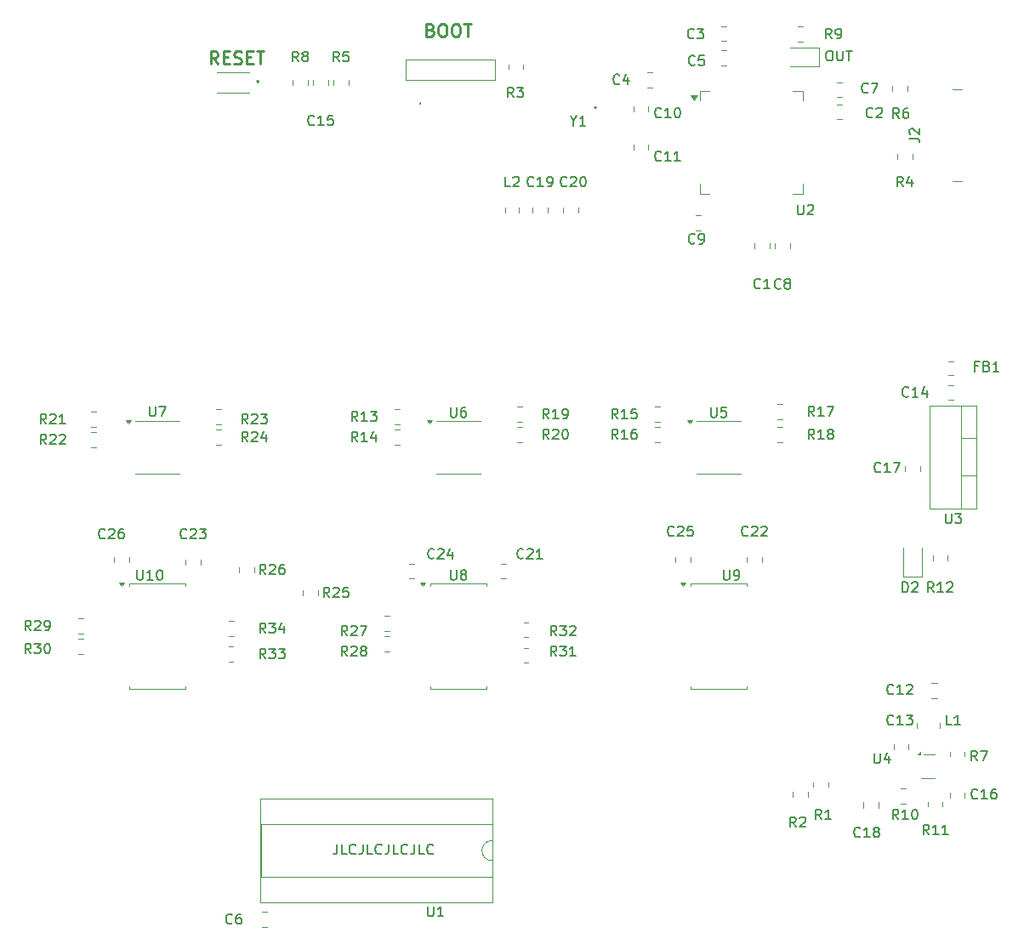
<source format=gbr>
%TF.GenerationSoftware,KiCad,Pcbnew,8.0.2*%
%TF.CreationDate,2024-05-13T15:00:17+02:00*%
%TF.ProjectId,i8008-sbc,69383030-382d-4736-9263-2e6b69636164,rev?*%
%TF.SameCoordinates,Original*%
%TF.FileFunction,Legend,Top*%
%TF.FilePolarity,Positive*%
%FSLAX46Y46*%
G04 Gerber Fmt 4.6, Leading zero omitted, Abs format (unit mm)*
G04 Created by KiCad (PCBNEW 8.0.2) date 2024-05-13 15:00:17*
%MOMM*%
%LPD*%
G01*
G04 APERTURE LIST*
%ADD10C,0.150000*%
%ADD11C,0.153000*%
%ADD12C,0.254000*%
%ADD13C,0.120000*%
%ADD14C,0.200000*%
%ADD15C,0.100000*%
G04 APERTURE END LIST*
D10*
X133972493Y-133489819D02*
X133972493Y-134204104D01*
X133972493Y-134204104D02*
X133924874Y-134346961D01*
X133924874Y-134346961D02*
X133829636Y-134442200D01*
X133829636Y-134442200D02*
X133686779Y-134489819D01*
X133686779Y-134489819D02*
X133591541Y-134489819D01*
X134924874Y-134489819D02*
X134448684Y-134489819D01*
X134448684Y-134489819D02*
X134448684Y-133489819D01*
X135829636Y-134394580D02*
X135782017Y-134442200D01*
X135782017Y-134442200D02*
X135639160Y-134489819D01*
X135639160Y-134489819D02*
X135543922Y-134489819D01*
X135543922Y-134489819D02*
X135401065Y-134442200D01*
X135401065Y-134442200D02*
X135305827Y-134346961D01*
X135305827Y-134346961D02*
X135258208Y-134251723D01*
X135258208Y-134251723D02*
X135210589Y-134061247D01*
X135210589Y-134061247D02*
X135210589Y-133918390D01*
X135210589Y-133918390D02*
X135258208Y-133727914D01*
X135258208Y-133727914D02*
X135305827Y-133632676D01*
X135305827Y-133632676D02*
X135401065Y-133537438D01*
X135401065Y-133537438D02*
X135543922Y-133489819D01*
X135543922Y-133489819D02*
X135639160Y-133489819D01*
X135639160Y-133489819D02*
X135782017Y-133537438D01*
X135782017Y-133537438D02*
X135829636Y-133585057D01*
X136543922Y-133489819D02*
X136543922Y-134204104D01*
X136543922Y-134204104D02*
X136496303Y-134346961D01*
X136496303Y-134346961D02*
X136401065Y-134442200D01*
X136401065Y-134442200D02*
X136258208Y-134489819D01*
X136258208Y-134489819D02*
X136162970Y-134489819D01*
X137496303Y-134489819D02*
X137020113Y-134489819D01*
X137020113Y-134489819D02*
X137020113Y-133489819D01*
X138401065Y-134394580D02*
X138353446Y-134442200D01*
X138353446Y-134442200D02*
X138210589Y-134489819D01*
X138210589Y-134489819D02*
X138115351Y-134489819D01*
X138115351Y-134489819D02*
X137972494Y-134442200D01*
X137972494Y-134442200D02*
X137877256Y-134346961D01*
X137877256Y-134346961D02*
X137829637Y-134251723D01*
X137829637Y-134251723D02*
X137782018Y-134061247D01*
X137782018Y-134061247D02*
X137782018Y-133918390D01*
X137782018Y-133918390D02*
X137829637Y-133727914D01*
X137829637Y-133727914D02*
X137877256Y-133632676D01*
X137877256Y-133632676D02*
X137972494Y-133537438D01*
X137972494Y-133537438D02*
X138115351Y-133489819D01*
X138115351Y-133489819D02*
X138210589Y-133489819D01*
X138210589Y-133489819D02*
X138353446Y-133537438D01*
X138353446Y-133537438D02*
X138401065Y-133585057D01*
X139115351Y-133489819D02*
X139115351Y-134204104D01*
X139115351Y-134204104D02*
X139067732Y-134346961D01*
X139067732Y-134346961D02*
X138972494Y-134442200D01*
X138972494Y-134442200D02*
X138829637Y-134489819D01*
X138829637Y-134489819D02*
X138734399Y-134489819D01*
X140067732Y-134489819D02*
X139591542Y-134489819D01*
X139591542Y-134489819D02*
X139591542Y-133489819D01*
X140972494Y-134394580D02*
X140924875Y-134442200D01*
X140924875Y-134442200D02*
X140782018Y-134489819D01*
X140782018Y-134489819D02*
X140686780Y-134489819D01*
X140686780Y-134489819D02*
X140543923Y-134442200D01*
X140543923Y-134442200D02*
X140448685Y-134346961D01*
X140448685Y-134346961D02*
X140401066Y-134251723D01*
X140401066Y-134251723D02*
X140353447Y-134061247D01*
X140353447Y-134061247D02*
X140353447Y-133918390D01*
X140353447Y-133918390D02*
X140401066Y-133727914D01*
X140401066Y-133727914D02*
X140448685Y-133632676D01*
X140448685Y-133632676D02*
X140543923Y-133537438D01*
X140543923Y-133537438D02*
X140686780Y-133489819D01*
X140686780Y-133489819D02*
X140782018Y-133489819D01*
X140782018Y-133489819D02*
X140924875Y-133537438D01*
X140924875Y-133537438D02*
X140972494Y-133585057D01*
X141686780Y-133489819D02*
X141686780Y-134204104D01*
X141686780Y-134204104D02*
X141639161Y-134346961D01*
X141639161Y-134346961D02*
X141543923Y-134442200D01*
X141543923Y-134442200D02*
X141401066Y-134489819D01*
X141401066Y-134489819D02*
X141305828Y-134489819D01*
X142639161Y-134489819D02*
X142162971Y-134489819D01*
X142162971Y-134489819D02*
X142162971Y-133489819D01*
X143543923Y-134394580D02*
X143496304Y-134442200D01*
X143496304Y-134442200D02*
X143353447Y-134489819D01*
X143353447Y-134489819D02*
X143258209Y-134489819D01*
X143258209Y-134489819D02*
X143115352Y-134442200D01*
X143115352Y-134442200D02*
X143020114Y-134346961D01*
X143020114Y-134346961D02*
X142972495Y-134251723D01*
X142972495Y-134251723D02*
X142924876Y-134061247D01*
X142924876Y-134061247D02*
X142924876Y-133918390D01*
X142924876Y-133918390D02*
X142972495Y-133727914D01*
X142972495Y-133727914D02*
X143020114Y-133632676D01*
X143020114Y-133632676D02*
X143115352Y-133537438D01*
X143115352Y-133537438D02*
X143258209Y-133489819D01*
X143258209Y-133489819D02*
X143353447Y-133489819D01*
X143353447Y-133489819D02*
X143496304Y-133537438D01*
X143496304Y-133537438D02*
X143543923Y-133585057D01*
D11*
X182901228Y-54495663D02*
X183091704Y-54495663D01*
X183091704Y-54495663D02*
X183186942Y-54543282D01*
X183186942Y-54543282D02*
X183282180Y-54638520D01*
X183282180Y-54638520D02*
X183329799Y-54828996D01*
X183329799Y-54828996D02*
X183329799Y-55162329D01*
X183329799Y-55162329D02*
X183282180Y-55352805D01*
X183282180Y-55352805D02*
X183186942Y-55448044D01*
X183186942Y-55448044D02*
X183091704Y-55495663D01*
X183091704Y-55495663D02*
X182901228Y-55495663D01*
X182901228Y-55495663D02*
X182805990Y-55448044D01*
X182805990Y-55448044D02*
X182710752Y-55352805D01*
X182710752Y-55352805D02*
X182663133Y-55162329D01*
X182663133Y-55162329D02*
X182663133Y-54828996D01*
X182663133Y-54828996D02*
X182710752Y-54638520D01*
X182710752Y-54638520D02*
X182805990Y-54543282D01*
X182805990Y-54543282D02*
X182901228Y-54495663D01*
X183758371Y-54495663D02*
X183758371Y-55305186D01*
X183758371Y-55305186D02*
X183805990Y-55400424D01*
X183805990Y-55400424D02*
X183853609Y-55448044D01*
X183853609Y-55448044D02*
X183948847Y-55495663D01*
X183948847Y-55495663D02*
X184139323Y-55495663D01*
X184139323Y-55495663D02*
X184234561Y-55448044D01*
X184234561Y-55448044D02*
X184282180Y-55400424D01*
X184282180Y-55400424D02*
X184329799Y-55305186D01*
X184329799Y-55305186D02*
X184329799Y-54495663D01*
X184663133Y-54495663D02*
X185234561Y-54495663D01*
X184948847Y-55495663D02*
X184948847Y-54495663D01*
X176109333Y-78083424D02*
X176061714Y-78131044D01*
X176061714Y-78131044D02*
X175918857Y-78178663D01*
X175918857Y-78178663D02*
X175823619Y-78178663D01*
X175823619Y-78178663D02*
X175680762Y-78131044D01*
X175680762Y-78131044D02*
X175585524Y-78035805D01*
X175585524Y-78035805D02*
X175537905Y-77940567D01*
X175537905Y-77940567D02*
X175490286Y-77750091D01*
X175490286Y-77750091D02*
X175490286Y-77607234D01*
X175490286Y-77607234D02*
X175537905Y-77416758D01*
X175537905Y-77416758D02*
X175585524Y-77321520D01*
X175585524Y-77321520D02*
X175680762Y-77226282D01*
X175680762Y-77226282D02*
X175823619Y-77178663D01*
X175823619Y-77178663D02*
X175918857Y-77178663D01*
X175918857Y-77178663D02*
X176061714Y-77226282D01*
X176061714Y-77226282D02*
X176109333Y-77273901D01*
X177061714Y-78178663D02*
X176490286Y-78178663D01*
X176776000Y-78178663D02*
X176776000Y-77178663D01*
X176776000Y-77178663D02*
X176680762Y-77321520D01*
X176680762Y-77321520D02*
X176585524Y-77416758D01*
X176585524Y-77416758D02*
X176490286Y-77464377D01*
X114077905Y-106180663D02*
X114077905Y-106990186D01*
X114077905Y-106990186D02*
X114125524Y-107085424D01*
X114125524Y-107085424D02*
X114173143Y-107133044D01*
X114173143Y-107133044D02*
X114268381Y-107180663D01*
X114268381Y-107180663D02*
X114458857Y-107180663D01*
X114458857Y-107180663D02*
X114554095Y-107133044D01*
X114554095Y-107133044D02*
X114601714Y-107085424D01*
X114601714Y-107085424D02*
X114649333Y-106990186D01*
X114649333Y-106990186D02*
X114649333Y-106180663D01*
X115649333Y-107180663D02*
X115077905Y-107180663D01*
X115363619Y-107180663D02*
X115363619Y-106180663D01*
X115363619Y-106180663D02*
X115268381Y-106323520D01*
X115268381Y-106323520D02*
X115173143Y-106418758D01*
X115173143Y-106418758D02*
X115077905Y-106466377D01*
X116268381Y-106180663D02*
X116363619Y-106180663D01*
X116363619Y-106180663D02*
X116458857Y-106228282D01*
X116458857Y-106228282D02*
X116506476Y-106275901D01*
X116506476Y-106275901D02*
X116554095Y-106371139D01*
X116554095Y-106371139D02*
X116601714Y-106561615D01*
X116601714Y-106561615D02*
X116601714Y-106799710D01*
X116601714Y-106799710D02*
X116554095Y-106990186D01*
X116554095Y-106990186D02*
X116506476Y-107085424D01*
X116506476Y-107085424D02*
X116458857Y-107133044D01*
X116458857Y-107133044D02*
X116363619Y-107180663D01*
X116363619Y-107180663D02*
X116268381Y-107180663D01*
X116268381Y-107180663D02*
X116173143Y-107133044D01*
X116173143Y-107133044D02*
X116125524Y-107085424D01*
X116125524Y-107085424D02*
X116077905Y-106990186D01*
X116077905Y-106990186D02*
X116030286Y-106799710D01*
X116030286Y-106799710D02*
X116030286Y-106561615D01*
X116030286Y-106561615D02*
X116077905Y-106371139D01*
X116077905Y-106371139D02*
X116125524Y-106275901D01*
X116125524Y-106275901D02*
X116173143Y-106228282D01*
X116173143Y-106228282D02*
X116268381Y-106180663D01*
X171196095Y-89984663D02*
X171196095Y-90794186D01*
X171196095Y-90794186D02*
X171243714Y-90889424D01*
X171243714Y-90889424D02*
X171291333Y-90937044D01*
X171291333Y-90937044D02*
X171386571Y-90984663D01*
X171386571Y-90984663D02*
X171577047Y-90984663D01*
X171577047Y-90984663D02*
X171672285Y-90937044D01*
X171672285Y-90937044D02*
X171719904Y-90889424D01*
X171719904Y-90889424D02*
X171767523Y-90794186D01*
X171767523Y-90794186D02*
X171767523Y-89984663D01*
X172719904Y-89984663D02*
X172243714Y-89984663D01*
X172243714Y-89984663D02*
X172196095Y-90460853D01*
X172196095Y-90460853D02*
X172243714Y-90413234D01*
X172243714Y-90413234D02*
X172338952Y-90365615D01*
X172338952Y-90365615D02*
X172577047Y-90365615D01*
X172577047Y-90365615D02*
X172672285Y-90413234D01*
X172672285Y-90413234D02*
X172719904Y-90460853D01*
X172719904Y-90460853D02*
X172767523Y-90556091D01*
X172767523Y-90556091D02*
X172767523Y-90794186D01*
X172767523Y-90794186D02*
X172719904Y-90889424D01*
X172719904Y-90889424D02*
X172672285Y-90937044D01*
X172672285Y-90937044D02*
X172577047Y-90984663D01*
X172577047Y-90984663D02*
X172338952Y-90984663D01*
X172338952Y-90984663D02*
X172243714Y-90937044D01*
X172243714Y-90937044D02*
X172196095Y-90889424D01*
X155059142Y-93164663D02*
X154725809Y-92688472D01*
X154487714Y-93164663D02*
X154487714Y-92164663D01*
X154487714Y-92164663D02*
X154868666Y-92164663D01*
X154868666Y-92164663D02*
X154963904Y-92212282D01*
X154963904Y-92212282D02*
X155011523Y-92259901D01*
X155011523Y-92259901D02*
X155059142Y-92355139D01*
X155059142Y-92355139D02*
X155059142Y-92497996D01*
X155059142Y-92497996D02*
X155011523Y-92593234D01*
X155011523Y-92593234D02*
X154963904Y-92640853D01*
X154963904Y-92640853D02*
X154868666Y-92688472D01*
X154868666Y-92688472D02*
X154487714Y-92688472D01*
X155440095Y-92259901D02*
X155487714Y-92212282D01*
X155487714Y-92212282D02*
X155582952Y-92164663D01*
X155582952Y-92164663D02*
X155821047Y-92164663D01*
X155821047Y-92164663D02*
X155916285Y-92212282D01*
X155916285Y-92212282D02*
X155963904Y-92259901D01*
X155963904Y-92259901D02*
X156011523Y-92355139D01*
X156011523Y-92355139D02*
X156011523Y-92450377D01*
X156011523Y-92450377D02*
X155963904Y-92593234D01*
X155963904Y-92593234D02*
X155392476Y-93164663D01*
X155392476Y-93164663D02*
X156011523Y-93164663D01*
X156630571Y-92164663D02*
X156725809Y-92164663D01*
X156725809Y-92164663D02*
X156821047Y-92212282D01*
X156821047Y-92212282D02*
X156868666Y-92259901D01*
X156868666Y-92259901D02*
X156916285Y-92355139D01*
X156916285Y-92355139D02*
X156963904Y-92545615D01*
X156963904Y-92545615D02*
X156963904Y-92783710D01*
X156963904Y-92783710D02*
X156916285Y-92974186D01*
X156916285Y-92974186D02*
X156868666Y-93069424D01*
X156868666Y-93069424D02*
X156821047Y-93117044D01*
X156821047Y-93117044D02*
X156725809Y-93164663D01*
X156725809Y-93164663D02*
X156630571Y-93164663D01*
X156630571Y-93164663D02*
X156535333Y-93117044D01*
X156535333Y-93117044D02*
X156487714Y-93069424D01*
X156487714Y-93069424D02*
X156440095Y-92974186D01*
X156440095Y-92974186D02*
X156392476Y-92783710D01*
X156392476Y-92783710D02*
X156392476Y-92545615D01*
X156392476Y-92545615D02*
X156440095Y-92355139D01*
X156440095Y-92355139D02*
X156487714Y-92259901D01*
X156487714Y-92259901D02*
X156535333Y-92212282D01*
X156535333Y-92212282D02*
X156630571Y-92164663D01*
X192905142Y-132534663D02*
X192571809Y-132058472D01*
X192333714Y-132534663D02*
X192333714Y-131534663D01*
X192333714Y-131534663D02*
X192714666Y-131534663D01*
X192714666Y-131534663D02*
X192809904Y-131582282D01*
X192809904Y-131582282D02*
X192857523Y-131629901D01*
X192857523Y-131629901D02*
X192905142Y-131725139D01*
X192905142Y-131725139D02*
X192905142Y-131867996D01*
X192905142Y-131867996D02*
X192857523Y-131963234D01*
X192857523Y-131963234D02*
X192809904Y-132010853D01*
X192809904Y-132010853D02*
X192714666Y-132058472D01*
X192714666Y-132058472D02*
X192333714Y-132058472D01*
X193857523Y-132534663D02*
X193286095Y-132534663D01*
X193571809Y-132534663D02*
X193571809Y-131534663D01*
X193571809Y-131534663D02*
X193476571Y-131677520D01*
X193476571Y-131677520D02*
X193381333Y-131772758D01*
X193381333Y-131772758D02*
X193286095Y-131820377D01*
X194809904Y-132534663D02*
X194238476Y-132534663D01*
X194524190Y-132534663D02*
X194524190Y-131534663D01*
X194524190Y-131534663D02*
X194428952Y-131677520D01*
X194428952Y-131677520D02*
X194333714Y-131772758D01*
X194333714Y-131772758D02*
X194238476Y-131820377D01*
X179832095Y-69812663D02*
X179832095Y-70622186D01*
X179832095Y-70622186D02*
X179879714Y-70717424D01*
X179879714Y-70717424D02*
X179927333Y-70765044D01*
X179927333Y-70765044D02*
X180022571Y-70812663D01*
X180022571Y-70812663D02*
X180213047Y-70812663D01*
X180213047Y-70812663D02*
X180308285Y-70765044D01*
X180308285Y-70765044D02*
X180355904Y-70717424D01*
X180355904Y-70717424D02*
X180403523Y-70622186D01*
X180403523Y-70622186D02*
X180403523Y-69812663D01*
X180832095Y-69907901D02*
X180879714Y-69860282D01*
X180879714Y-69860282D02*
X180974952Y-69812663D01*
X180974952Y-69812663D02*
X181213047Y-69812663D01*
X181213047Y-69812663D02*
X181308285Y-69860282D01*
X181308285Y-69860282D02*
X181355904Y-69907901D01*
X181355904Y-69907901D02*
X181403523Y-70003139D01*
X181403523Y-70003139D02*
X181403523Y-70098377D01*
X181403523Y-70098377D02*
X181355904Y-70241234D01*
X181355904Y-70241234D02*
X180784476Y-70812663D01*
X180784476Y-70812663D02*
X181403523Y-70812663D01*
X152519142Y-104978424D02*
X152471523Y-105026044D01*
X152471523Y-105026044D02*
X152328666Y-105073663D01*
X152328666Y-105073663D02*
X152233428Y-105073663D01*
X152233428Y-105073663D02*
X152090571Y-105026044D01*
X152090571Y-105026044D02*
X151995333Y-104930805D01*
X151995333Y-104930805D02*
X151947714Y-104835567D01*
X151947714Y-104835567D02*
X151900095Y-104645091D01*
X151900095Y-104645091D02*
X151900095Y-104502234D01*
X151900095Y-104502234D02*
X151947714Y-104311758D01*
X151947714Y-104311758D02*
X151995333Y-104216520D01*
X151995333Y-104216520D02*
X152090571Y-104121282D01*
X152090571Y-104121282D02*
X152233428Y-104073663D01*
X152233428Y-104073663D02*
X152328666Y-104073663D01*
X152328666Y-104073663D02*
X152471523Y-104121282D01*
X152471523Y-104121282D02*
X152519142Y-104168901D01*
X152900095Y-104168901D02*
X152947714Y-104121282D01*
X152947714Y-104121282D02*
X153042952Y-104073663D01*
X153042952Y-104073663D02*
X153281047Y-104073663D01*
X153281047Y-104073663D02*
X153376285Y-104121282D01*
X153376285Y-104121282D02*
X153423904Y-104168901D01*
X153423904Y-104168901D02*
X153471523Y-104264139D01*
X153471523Y-104264139D02*
X153471523Y-104359377D01*
X153471523Y-104359377D02*
X153423904Y-104502234D01*
X153423904Y-104502234D02*
X152852476Y-105073663D01*
X152852476Y-105073663D02*
X153471523Y-105073663D01*
X154423904Y-105073663D02*
X153852476Y-105073663D01*
X154138190Y-105073663D02*
X154138190Y-104073663D01*
X154138190Y-104073663D02*
X154042952Y-104216520D01*
X154042952Y-104216520D02*
X153947714Y-104311758D01*
X153947714Y-104311758D02*
X153852476Y-104359377D01*
X153535142Y-67923424D02*
X153487523Y-67971044D01*
X153487523Y-67971044D02*
X153344666Y-68018663D01*
X153344666Y-68018663D02*
X153249428Y-68018663D01*
X153249428Y-68018663D02*
X153106571Y-67971044D01*
X153106571Y-67971044D02*
X153011333Y-67875805D01*
X153011333Y-67875805D02*
X152963714Y-67780567D01*
X152963714Y-67780567D02*
X152916095Y-67590091D01*
X152916095Y-67590091D02*
X152916095Y-67447234D01*
X152916095Y-67447234D02*
X152963714Y-67256758D01*
X152963714Y-67256758D02*
X153011333Y-67161520D01*
X153011333Y-67161520D02*
X153106571Y-67066282D01*
X153106571Y-67066282D02*
X153249428Y-67018663D01*
X153249428Y-67018663D02*
X153344666Y-67018663D01*
X153344666Y-67018663D02*
X153487523Y-67066282D01*
X153487523Y-67066282D02*
X153535142Y-67113901D01*
X154487523Y-68018663D02*
X153916095Y-68018663D01*
X154201809Y-68018663D02*
X154201809Y-67018663D01*
X154201809Y-67018663D02*
X154106571Y-67161520D01*
X154106571Y-67161520D02*
X154011333Y-67256758D01*
X154011333Y-67256758D02*
X153916095Y-67304377D01*
X154963714Y-68018663D02*
X155154190Y-68018663D01*
X155154190Y-68018663D02*
X155249428Y-67971044D01*
X155249428Y-67971044D02*
X155297047Y-67923424D01*
X155297047Y-67923424D02*
X155392285Y-67780567D01*
X155392285Y-67780567D02*
X155439904Y-67590091D01*
X155439904Y-67590091D02*
X155439904Y-67209139D01*
X155439904Y-67209139D02*
X155392285Y-67113901D01*
X155392285Y-67113901D02*
X155344666Y-67066282D01*
X155344666Y-67066282D02*
X155249428Y-67018663D01*
X155249428Y-67018663D02*
X155058952Y-67018663D01*
X155058952Y-67018663D02*
X154963714Y-67066282D01*
X154963714Y-67066282D02*
X154916095Y-67113901D01*
X154916095Y-67113901D02*
X154868476Y-67209139D01*
X154868476Y-67209139D02*
X154868476Y-67447234D01*
X154868476Y-67447234D02*
X154916095Y-67542472D01*
X154916095Y-67542472D02*
X154963714Y-67590091D01*
X154963714Y-67590091D02*
X155058952Y-67637710D01*
X155058952Y-67637710D02*
X155249428Y-67637710D01*
X155249428Y-67637710D02*
X155344666Y-67590091D01*
X155344666Y-67590091D02*
X155392285Y-67542472D01*
X155392285Y-67542472D02*
X155439904Y-67447234D01*
X110863142Y-102975424D02*
X110815523Y-103023044D01*
X110815523Y-103023044D02*
X110672666Y-103070663D01*
X110672666Y-103070663D02*
X110577428Y-103070663D01*
X110577428Y-103070663D02*
X110434571Y-103023044D01*
X110434571Y-103023044D02*
X110339333Y-102927805D01*
X110339333Y-102927805D02*
X110291714Y-102832567D01*
X110291714Y-102832567D02*
X110244095Y-102642091D01*
X110244095Y-102642091D02*
X110244095Y-102499234D01*
X110244095Y-102499234D02*
X110291714Y-102308758D01*
X110291714Y-102308758D02*
X110339333Y-102213520D01*
X110339333Y-102213520D02*
X110434571Y-102118282D01*
X110434571Y-102118282D02*
X110577428Y-102070663D01*
X110577428Y-102070663D02*
X110672666Y-102070663D01*
X110672666Y-102070663D02*
X110815523Y-102118282D01*
X110815523Y-102118282D02*
X110863142Y-102165901D01*
X111244095Y-102165901D02*
X111291714Y-102118282D01*
X111291714Y-102118282D02*
X111386952Y-102070663D01*
X111386952Y-102070663D02*
X111625047Y-102070663D01*
X111625047Y-102070663D02*
X111720285Y-102118282D01*
X111720285Y-102118282D02*
X111767904Y-102165901D01*
X111767904Y-102165901D02*
X111815523Y-102261139D01*
X111815523Y-102261139D02*
X111815523Y-102356377D01*
X111815523Y-102356377D02*
X111767904Y-102499234D01*
X111767904Y-102499234D02*
X111196476Y-103070663D01*
X111196476Y-103070663D02*
X111815523Y-103070663D01*
X112672666Y-102070663D02*
X112482190Y-102070663D01*
X112482190Y-102070663D02*
X112386952Y-102118282D01*
X112386952Y-102118282D02*
X112339333Y-102165901D01*
X112339333Y-102165901D02*
X112244095Y-102308758D01*
X112244095Y-102308758D02*
X112196476Y-102499234D01*
X112196476Y-102499234D02*
X112196476Y-102880186D01*
X112196476Y-102880186D02*
X112244095Y-102975424D01*
X112244095Y-102975424D02*
X112291714Y-103023044D01*
X112291714Y-103023044D02*
X112386952Y-103070663D01*
X112386952Y-103070663D02*
X112577428Y-103070663D01*
X112577428Y-103070663D02*
X112672666Y-103023044D01*
X112672666Y-103023044D02*
X112720285Y-102975424D01*
X112720285Y-102975424D02*
X112767904Y-102880186D01*
X112767904Y-102880186D02*
X112767904Y-102642091D01*
X112767904Y-102642091D02*
X112720285Y-102546853D01*
X112720285Y-102546853D02*
X112672666Y-102499234D01*
X112672666Y-102499234D02*
X112577428Y-102451615D01*
X112577428Y-102451615D02*
X112386952Y-102451615D01*
X112386952Y-102451615D02*
X112291714Y-102499234D01*
X112291714Y-102499234D02*
X112244095Y-102546853D01*
X112244095Y-102546853D02*
X112196476Y-102642091D01*
X105021142Y-91640663D02*
X104687809Y-91164472D01*
X104449714Y-91640663D02*
X104449714Y-90640663D01*
X104449714Y-90640663D02*
X104830666Y-90640663D01*
X104830666Y-90640663D02*
X104925904Y-90688282D01*
X104925904Y-90688282D02*
X104973523Y-90735901D01*
X104973523Y-90735901D02*
X105021142Y-90831139D01*
X105021142Y-90831139D02*
X105021142Y-90973996D01*
X105021142Y-90973996D02*
X104973523Y-91069234D01*
X104973523Y-91069234D02*
X104925904Y-91116853D01*
X104925904Y-91116853D02*
X104830666Y-91164472D01*
X104830666Y-91164472D02*
X104449714Y-91164472D01*
X105402095Y-90735901D02*
X105449714Y-90688282D01*
X105449714Y-90688282D02*
X105544952Y-90640663D01*
X105544952Y-90640663D02*
X105783047Y-90640663D01*
X105783047Y-90640663D02*
X105878285Y-90688282D01*
X105878285Y-90688282D02*
X105925904Y-90735901D01*
X105925904Y-90735901D02*
X105973523Y-90831139D01*
X105973523Y-90831139D02*
X105973523Y-90926377D01*
X105973523Y-90926377D02*
X105925904Y-91069234D01*
X105925904Y-91069234D02*
X105354476Y-91640663D01*
X105354476Y-91640663D02*
X105973523Y-91640663D01*
X106925904Y-91640663D02*
X106354476Y-91640663D01*
X106640190Y-91640663D02*
X106640190Y-90640663D01*
X106640190Y-90640663D02*
X106544952Y-90783520D01*
X106544952Y-90783520D02*
X106449714Y-90878758D01*
X106449714Y-90878758D02*
X106354476Y-90926377D01*
X166235142Y-65383424D02*
X166187523Y-65431044D01*
X166187523Y-65431044D02*
X166044666Y-65478663D01*
X166044666Y-65478663D02*
X165949428Y-65478663D01*
X165949428Y-65478663D02*
X165806571Y-65431044D01*
X165806571Y-65431044D02*
X165711333Y-65335805D01*
X165711333Y-65335805D02*
X165663714Y-65240567D01*
X165663714Y-65240567D02*
X165616095Y-65050091D01*
X165616095Y-65050091D02*
X165616095Y-64907234D01*
X165616095Y-64907234D02*
X165663714Y-64716758D01*
X165663714Y-64716758D02*
X165711333Y-64621520D01*
X165711333Y-64621520D02*
X165806571Y-64526282D01*
X165806571Y-64526282D02*
X165949428Y-64478663D01*
X165949428Y-64478663D02*
X166044666Y-64478663D01*
X166044666Y-64478663D02*
X166187523Y-64526282D01*
X166187523Y-64526282D02*
X166235142Y-64573901D01*
X167187523Y-65478663D02*
X166616095Y-65478663D01*
X166901809Y-65478663D02*
X166901809Y-64478663D01*
X166901809Y-64478663D02*
X166806571Y-64621520D01*
X166806571Y-64621520D02*
X166711333Y-64716758D01*
X166711333Y-64716758D02*
X166616095Y-64764377D01*
X168139904Y-65478663D02*
X167568476Y-65478663D01*
X167854190Y-65478663D02*
X167854190Y-64478663D01*
X167854190Y-64478663D02*
X167758952Y-64621520D01*
X167758952Y-64621520D02*
X167663714Y-64716758D01*
X167663714Y-64716758D02*
X167568476Y-64764377D01*
X166235142Y-61065424D02*
X166187523Y-61113044D01*
X166187523Y-61113044D02*
X166044666Y-61160663D01*
X166044666Y-61160663D02*
X165949428Y-61160663D01*
X165949428Y-61160663D02*
X165806571Y-61113044D01*
X165806571Y-61113044D02*
X165711333Y-61017805D01*
X165711333Y-61017805D02*
X165663714Y-60922567D01*
X165663714Y-60922567D02*
X165616095Y-60732091D01*
X165616095Y-60732091D02*
X165616095Y-60589234D01*
X165616095Y-60589234D02*
X165663714Y-60398758D01*
X165663714Y-60398758D02*
X165711333Y-60303520D01*
X165711333Y-60303520D02*
X165806571Y-60208282D01*
X165806571Y-60208282D02*
X165949428Y-60160663D01*
X165949428Y-60160663D02*
X166044666Y-60160663D01*
X166044666Y-60160663D02*
X166187523Y-60208282D01*
X166187523Y-60208282D02*
X166235142Y-60255901D01*
X167187523Y-61160663D02*
X166616095Y-61160663D01*
X166901809Y-61160663D02*
X166901809Y-60160663D01*
X166901809Y-60160663D02*
X166806571Y-60303520D01*
X166806571Y-60303520D02*
X166711333Y-60398758D01*
X166711333Y-60398758D02*
X166616095Y-60446377D01*
X167806571Y-60160663D02*
X167901809Y-60160663D01*
X167901809Y-60160663D02*
X167997047Y-60208282D01*
X167997047Y-60208282D02*
X168044666Y-60255901D01*
X168044666Y-60255901D02*
X168092285Y-60351139D01*
X168092285Y-60351139D02*
X168139904Y-60541615D01*
X168139904Y-60541615D02*
X168139904Y-60779710D01*
X168139904Y-60779710D02*
X168092285Y-60970186D01*
X168092285Y-60970186D02*
X168044666Y-61065424D01*
X168044666Y-61065424D02*
X167997047Y-61113044D01*
X167997047Y-61113044D02*
X167901809Y-61160663D01*
X167901809Y-61160663D02*
X167806571Y-61160663D01*
X167806571Y-61160663D02*
X167711333Y-61113044D01*
X167711333Y-61113044D02*
X167663714Y-61065424D01*
X167663714Y-61065424D02*
X167616095Y-60970186D01*
X167616095Y-60970186D02*
X167568476Y-60779710D01*
X167568476Y-60779710D02*
X167568476Y-60541615D01*
X167568476Y-60541615D02*
X167616095Y-60351139D01*
X167616095Y-60351139D02*
X167663714Y-60255901D01*
X167663714Y-60255901D02*
X167711333Y-60208282D01*
X167711333Y-60208282D02*
X167806571Y-60160663D01*
X143002095Y-139662663D02*
X143002095Y-140472186D01*
X143002095Y-140472186D02*
X143049714Y-140567424D01*
X143049714Y-140567424D02*
X143097333Y-140615044D01*
X143097333Y-140615044D02*
X143192571Y-140662663D01*
X143192571Y-140662663D02*
X143383047Y-140662663D01*
X143383047Y-140662663D02*
X143478285Y-140615044D01*
X143478285Y-140615044D02*
X143525904Y-140567424D01*
X143525904Y-140567424D02*
X143573523Y-140472186D01*
X143573523Y-140472186D02*
X143573523Y-139662663D01*
X144573523Y-140662663D02*
X144002095Y-140662663D01*
X144287809Y-140662663D02*
X144287809Y-139662663D01*
X144287809Y-139662663D02*
X144192571Y-139805520D01*
X144192571Y-139805520D02*
X144097333Y-139900758D01*
X144097333Y-139900758D02*
X144002095Y-139948377D01*
X195159333Y-121612663D02*
X194683143Y-121612663D01*
X194683143Y-121612663D02*
X194683143Y-120612663D01*
X196016476Y-121612663D02*
X195445048Y-121612663D01*
X195730762Y-121612663D02*
X195730762Y-120612663D01*
X195730762Y-120612663D02*
X195635524Y-120755520D01*
X195635524Y-120755520D02*
X195540286Y-120850758D01*
X195540286Y-120850758D02*
X195445048Y-120898377D01*
X179665333Y-131772663D02*
X179332000Y-131296472D01*
X179093905Y-131772663D02*
X179093905Y-130772663D01*
X179093905Y-130772663D02*
X179474857Y-130772663D01*
X179474857Y-130772663D02*
X179570095Y-130820282D01*
X179570095Y-130820282D02*
X179617714Y-130867901D01*
X179617714Y-130867901D02*
X179665333Y-130963139D01*
X179665333Y-130963139D02*
X179665333Y-131105996D01*
X179665333Y-131105996D02*
X179617714Y-131201234D01*
X179617714Y-131201234D02*
X179570095Y-131248853D01*
X179570095Y-131248853D02*
X179474857Y-131296472D01*
X179474857Y-131296472D02*
X179093905Y-131296472D01*
X180046286Y-130867901D02*
X180093905Y-130820282D01*
X180093905Y-130820282D02*
X180189143Y-130772663D01*
X180189143Y-130772663D02*
X180427238Y-130772663D01*
X180427238Y-130772663D02*
X180522476Y-130820282D01*
X180522476Y-130820282D02*
X180570095Y-130867901D01*
X180570095Y-130867901D02*
X180617714Y-130963139D01*
X180617714Y-130963139D02*
X180617714Y-131058377D01*
X180617714Y-131058377D02*
X180570095Y-131201234D01*
X180570095Y-131201234D02*
X179998667Y-131772663D01*
X179998667Y-131772663D02*
X180617714Y-131772663D01*
X172466095Y-106180663D02*
X172466095Y-106990186D01*
X172466095Y-106990186D02*
X172513714Y-107085424D01*
X172513714Y-107085424D02*
X172561333Y-107133044D01*
X172561333Y-107133044D02*
X172656571Y-107180663D01*
X172656571Y-107180663D02*
X172847047Y-107180663D01*
X172847047Y-107180663D02*
X172942285Y-107133044D01*
X172942285Y-107133044D02*
X172989904Y-107085424D01*
X172989904Y-107085424D02*
X173037523Y-106990186D01*
X173037523Y-106990186D02*
X173037523Y-106180663D01*
X173561333Y-107180663D02*
X173751809Y-107180663D01*
X173751809Y-107180663D02*
X173847047Y-107133044D01*
X173847047Y-107133044D02*
X173894666Y-107085424D01*
X173894666Y-107085424D02*
X173989904Y-106942567D01*
X173989904Y-106942567D02*
X174037523Y-106752091D01*
X174037523Y-106752091D02*
X174037523Y-106371139D01*
X174037523Y-106371139D02*
X173989904Y-106275901D01*
X173989904Y-106275901D02*
X173942285Y-106228282D01*
X173942285Y-106228282D02*
X173847047Y-106180663D01*
X173847047Y-106180663D02*
X173656571Y-106180663D01*
X173656571Y-106180663D02*
X173561333Y-106228282D01*
X173561333Y-106228282D02*
X173513714Y-106275901D01*
X173513714Y-106275901D02*
X173466095Y-106371139D01*
X173466095Y-106371139D02*
X173466095Y-106609234D01*
X173466095Y-106609234D02*
X173513714Y-106704472D01*
X173513714Y-106704472D02*
X173561333Y-106752091D01*
X173561333Y-106752091D02*
X173656571Y-106799710D01*
X173656571Y-106799710D02*
X173847047Y-106799710D01*
X173847047Y-106799710D02*
X173942285Y-106752091D01*
X173942285Y-106752091D02*
X173989904Y-106704472D01*
X173989904Y-106704472D02*
X174037523Y-106609234D01*
X161917142Y-93164663D02*
X161583809Y-92688472D01*
X161345714Y-93164663D02*
X161345714Y-92164663D01*
X161345714Y-92164663D02*
X161726666Y-92164663D01*
X161726666Y-92164663D02*
X161821904Y-92212282D01*
X161821904Y-92212282D02*
X161869523Y-92259901D01*
X161869523Y-92259901D02*
X161917142Y-92355139D01*
X161917142Y-92355139D02*
X161917142Y-92497996D01*
X161917142Y-92497996D02*
X161869523Y-92593234D01*
X161869523Y-92593234D02*
X161821904Y-92640853D01*
X161821904Y-92640853D02*
X161726666Y-92688472D01*
X161726666Y-92688472D02*
X161345714Y-92688472D01*
X162869523Y-93164663D02*
X162298095Y-93164663D01*
X162583809Y-93164663D02*
X162583809Y-92164663D01*
X162583809Y-92164663D02*
X162488571Y-92307520D01*
X162488571Y-92307520D02*
X162393333Y-92402758D01*
X162393333Y-92402758D02*
X162298095Y-92450377D01*
X163726666Y-92164663D02*
X163536190Y-92164663D01*
X163536190Y-92164663D02*
X163440952Y-92212282D01*
X163440952Y-92212282D02*
X163393333Y-92259901D01*
X163393333Y-92259901D02*
X163298095Y-92402758D01*
X163298095Y-92402758D02*
X163250476Y-92593234D01*
X163250476Y-92593234D02*
X163250476Y-92974186D01*
X163250476Y-92974186D02*
X163298095Y-93069424D01*
X163298095Y-93069424D02*
X163345714Y-93117044D01*
X163345714Y-93117044D02*
X163440952Y-93164663D01*
X163440952Y-93164663D02*
X163631428Y-93164663D01*
X163631428Y-93164663D02*
X163726666Y-93117044D01*
X163726666Y-93117044D02*
X163774285Y-93069424D01*
X163774285Y-93069424D02*
X163821904Y-92974186D01*
X163821904Y-92974186D02*
X163821904Y-92736091D01*
X163821904Y-92736091D02*
X163774285Y-92640853D01*
X163774285Y-92640853D02*
X163726666Y-92593234D01*
X163726666Y-92593234D02*
X163631428Y-92545615D01*
X163631428Y-92545615D02*
X163440952Y-92545615D01*
X163440952Y-92545615D02*
X163345714Y-92593234D01*
X163345714Y-92593234D02*
X163298095Y-92640853D01*
X163298095Y-92640853D02*
X163250476Y-92736091D01*
X123531333Y-141329424D02*
X123483714Y-141377044D01*
X123483714Y-141377044D02*
X123340857Y-141424663D01*
X123340857Y-141424663D02*
X123245619Y-141424663D01*
X123245619Y-141424663D02*
X123102762Y-141377044D01*
X123102762Y-141377044D02*
X123007524Y-141281805D01*
X123007524Y-141281805D02*
X122959905Y-141186567D01*
X122959905Y-141186567D02*
X122912286Y-140996091D01*
X122912286Y-140996091D02*
X122912286Y-140853234D01*
X122912286Y-140853234D02*
X122959905Y-140662758D01*
X122959905Y-140662758D02*
X123007524Y-140567520D01*
X123007524Y-140567520D02*
X123102762Y-140472282D01*
X123102762Y-140472282D02*
X123245619Y-140424663D01*
X123245619Y-140424663D02*
X123340857Y-140424663D01*
X123340857Y-140424663D02*
X123483714Y-140472282D01*
X123483714Y-140472282D02*
X123531333Y-140519901D01*
X124388476Y-140424663D02*
X124198000Y-140424663D01*
X124198000Y-140424663D02*
X124102762Y-140472282D01*
X124102762Y-140472282D02*
X124055143Y-140519901D01*
X124055143Y-140519901D02*
X123959905Y-140662758D01*
X123959905Y-140662758D02*
X123912286Y-140853234D01*
X123912286Y-140853234D02*
X123912286Y-141234186D01*
X123912286Y-141234186D02*
X123959905Y-141329424D01*
X123959905Y-141329424D02*
X124007524Y-141377044D01*
X124007524Y-141377044D02*
X124102762Y-141424663D01*
X124102762Y-141424663D02*
X124293238Y-141424663D01*
X124293238Y-141424663D02*
X124388476Y-141377044D01*
X124388476Y-141377044D02*
X124436095Y-141329424D01*
X124436095Y-141329424D02*
X124483714Y-141234186D01*
X124483714Y-141234186D02*
X124483714Y-140996091D01*
X124483714Y-140996091D02*
X124436095Y-140900853D01*
X124436095Y-140900853D02*
X124388476Y-140853234D01*
X124388476Y-140853234D02*
X124293238Y-140805615D01*
X124293238Y-140805615D02*
X124102762Y-140805615D01*
X124102762Y-140805615D02*
X124007524Y-140853234D01*
X124007524Y-140853234D02*
X123959905Y-140900853D01*
X123959905Y-140900853D02*
X123912286Y-140996091D01*
X197810666Y-85892853D02*
X197477333Y-85892853D01*
X197477333Y-86416663D02*
X197477333Y-85416663D01*
X197477333Y-85416663D02*
X197953523Y-85416663D01*
X198667809Y-85892853D02*
X198810666Y-85940472D01*
X198810666Y-85940472D02*
X198858285Y-85988091D01*
X198858285Y-85988091D02*
X198905904Y-86083329D01*
X198905904Y-86083329D02*
X198905904Y-86226186D01*
X198905904Y-86226186D02*
X198858285Y-86321424D01*
X198858285Y-86321424D02*
X198810666Y-86369044D01*
X198810666Y-86369044D02*
X198715428Y-86416663D01*
X198715428Y-86416663D02*
X198334476Y-86416663D01*
X198334476Y-86416663D02*
X198334476Y-85416663D01*
X198334476Y-85416663D02*
X198667809Y-85416663D01*
X198667809Y-85416663D02*
X198763047Y-85464282D01*
X198763047Y-85464282D02*
X198810666Y-85511901D01*
X198810666Y-85511901D02*
X198858285Y-85607139D01*
X198858285Y-85607139D02*
X198858285Y-85702377D01*
X198858285Y-85702377D02*
X198810666Y-85797615D01*
X198810666Y-85797615D02*
X198763047Y-85845234D01*
X198763047Y-85845234D02*
X198667809Y-85892853D01*
X198667809Y-85892853D02*
X198334476Y-85892853D01*
X199858285Y-86416663D02*
X199286857Y-86416663D01*
X199572571Y-86416663D02*
X199572571Y-85416663D01*
X199572571Y-85416663D02*
X199477333Y-85559520D01*
X199477333Y-85559520D02*
X199382095Y-85654758D01*
X199382095Y-85654758D02*
X199286857Y-85702377D01*
X131691142Y-61827424D02*
X131643523Y-61875044D01*
X131643523Y-61875044D02*
X131500666Y-61922663D01*
X131500666Y-61922663D02*
X131405428Y-61922663D01*
X131405428Y-61922663D02*
X131262571Y-61875044D01*
X131262571Y-61875044D02*
X131167333Y-61779805D01*
X131167333Y-61779805D02*
X131119714Y-61684567D01*
X131119714Y-61684567D02*
X131072095Y-61494091D01*
X131072095Y-61494091D02*
X131072095Y-61351234D01*
X131072095Y-61351234D02*
X131119714Y-61160758D01*
X131119714Y-61160758D02*
X131167333Y-61065520D01*
X131167333Y-61065520D02*
X131262571Y-60970282D01*
X131262571Y-60970282D02*
X131405428Y-60922663D01*
X131405428Y-60922663D02*
X131500666Y-60922663D01*
X131500666Y-60922663D02*
X131643523Y-60970282D01*
X131643523Y-60970282D02*
X131691142Y-61017901D01*
X132643523Y-61922663D02*
X132072095Y-61922663D01*
X132357809Y-61922663D02*
X132357809Y-60922663D01*
X132357809Y-60922663D02*
X132262571Y-61065520D01*
X132262571Y-61065520D02*
X132167333Y-61160758D01*
X132167333Y-61160758D02*
X132072095Y-61208377D01*
X133548285Y-60922663D02*
X133072095Y-60922663D01*
X133072095Y-60922663D02*
X133024476Y-61398853D01*
X133024476Y-61398853D02*
X133072095Y-61351234D01*
X133072095Y-61351234D02*
X133167333Y-61303615D01*
X133167333Y-61303615D02*
X133405428Y-61303615D01*
X133405428Y-61303615D02*
X133500666Y-61351234D01*
X133500666Y-61351234D02*
X133548285Y-61398853D01*
X133548285Y-61398853D02*
X133595904Y-61494091D01*
X133595904Y-61494091D02*
X133595904Y-61732186D01*
X133595904Y-61732186D02*
X133548285Y-61827424D01*
X133548285Y-61827424D02*
X133500666Y-61875044D01*
X133500666Y-61875044D02*
X133405428Y-61922663D01*
X133405428Y-61922663D02*
X133167333Y-61922663D01*
X133167333Y-61922663D02*
X133072095Y-61875044D01*
X133072095Y-61875044D02*
X133024476Y-61827424D01*
X136009142Y-91386663D02*
X135675809Y-90910472D01*
X135437714Y-91386663D02*
X135437714Y-90386663D01*
X135437714Y-90386663D02*
X135818666Y-90386663D01*
X135818666Y-90386663D02*
X135913904Y-90434282D01*
X135913904Y-90434282D02*
X135961523Y-90481901D01*
X135961523Y-90481901D02*
X136009142Y-90577139D01*
X136009142Y-90577139D02*
X136009142Y-90719996D01*
X136009142Y-90719996D02*
X135961523Y-90815234D01*
X135961523Y-90815234D02*
X135913904Y-90862853D01*
X135913904Y-90862853D02*
X135818666Y-90910472D01*
X135818666Y-90910472D02*
X135437714Y-90910472D01*
X136961523Y-91386663D02*
X136390095Y-91386663D01*
X136675809Y-91386663D02*
X136675809Y-90386663D01*
X136675809Y-90386663D02*
X136580571Y-90529520D01*
X136580571Y-90529520D02*
X136485333Y-90624758D01*
X136485333Y-90624758D02*
X136390095Y-90672377D01*
X137294857Y-90386663D02*
X137913904Y-90386663D01*
X137913904Y-90386663D02*
X137580571Y-90767615D01*
X137580571Y-90767615D02*
X137723428Y-90767615D01*
X137723428Y-90767615D02*
X137818666Y-90815234D01*
X137818666Y-90815234D02*
X137866285Y-90862853D01*
X137866285Y-90862853D02*
X137913904Y-90958091D01*
X137913904Y-90958091D02*
X137913904Y-91196186D01*
X137913904Y-91196186D02*
X137866285Y-91291424D01*
X137866285Y-91291424D02*
X137818666Y-91339044D01*
X137818666Y-91339044D02*
X137723428Y-91386663D01*
X137723428Y-91386663D02*
X137437714Y-91386663D01*
X137437714Y-91386663D02*
X137342476Y-91339044D01*
X137342476Y-91339044D02*
X137294857Y-91291424D01*
D10*
X157523809Y-61478628D02*
X157523809Y-61954819D01*
X157190476Y-60954819D02*
X157523809Y-61478628D01*
X157523809Y-61478628D02*
X157857142Y-60954819D01*
X158714285Y-61954819D02*
X158142857Y-61954819D01*
X158428571Y-61954819D02*
X158428571Y-60954819D01*
X158428571Y-60954819D02*
X158333333Y-61097676D01*
X158333333Y-61097676D02*
X158238095Y-61192914D01*
X158238095Y-61192914D02*
X158142857Y-61240533D01*
D11*
X197699333Y-125168663D02*
X197366000Y-124692472D01*
X197127905Y-125168663D02*
X197127905Y-124168663D01*
X197127905Y-124168663D02*
X197508857Y-124168663D01*
X197508857Y-124168663D02*
X197604095Y-124216282D01*
X197604095Y-124216282D02*
X197651714Y-124263901D01*
X197651714Y-124263901D02*
X197699333Y-124359139D01*
X197699333Y-124359139D02*
X197699333Y-124501996D01*
X197699333Y-124501996D02*
X197651714Y-124597234D01*
X197651714Y-124597234D02*
X197604095Y-124644853D01*
X197604095Y-124644853D02*
X197508857Y-124692472D01*
X197508857Y-124692472D02*
X197127905Y-124692472D01*
X198032667Y-124168663D02*
X198699333Y-124168663D01*
X198699333Y-124168663D02*
X198270762Y-125168663D01*
X145288095Y-106180663D02*
X145288095Y-106990186D01*
X145288095Y-106990186D02*
X145335714Y-107085424D01*
X145335714Y-107085424D02*
X145383333Y-107133044D01*
X145383333Y-107133044D02*
X145478571Y-107180663D01*
X145478571Y-107180663D02*
X145669047Y-107180663D01*
X145669047Y-107180663D02*
X145764285Y-107133044D01*
X145764285Y-107133044D02*
X145811904Y-107085424D01*
X145811904Y-107085424D02*
X145859523Y-106990186D01*
X145859523Y-106990186D02*
X145859523Y-106180663D01*
X146478571Y-106609234D02*
X146383333Y-106561615D01*
X146383333Y-106561615D02*
X146335714Y-106513996D01*
X146335714Y-106513996D02*
X146288095Y-106418758D01*
X146288095Y-106418758D02*
X146288095Y-106371139D01*
X146288095Y-106371139D02*
X146335714Y-106275901D01*
X146335714Y-106275901D02*
X146383333Y-106228282D01*
X146383333Y-106228282D02*
X146478571Y-106180663D01*
X146478571Y-106180663D02*
X146669047Y-106180663D01*
X146669047Y-106180663D02*
X146764285Y-106228282D01*
X146764285Y-106228282D02*
X146811904Y-106275901D01*
X146811904Y-106275901D02*
X146859523Y-106371139D01*
X146859523Y-106371139D02*
X146859523Y-106418758D01*
X146859523Y-106418758D02*
X146811904Y-106513996D01*
X146811904Y-106513996D02*
X146764285Y-106561615D01*
X146764285Y-106561615D02*
X146669047Y-106609234D01*
X146669047Y-106609234D02*
X146478571Y-106609234D01*
X146478571Y-106609234D02*
X146383333Y-106656853D01*
X146383333Y-106656853D02*
X146335714Y-106704472D01*
X146335714Y-106704472D02*
X146288095Y-106799710D01*
X146288095Y-106799710D02*
X146288095Y-106990186D01*
X146288095Y-106990186D02*
X146335714Y-107085424D01*
X146335714Y-107085424D02*
X146383333Y-107133044D01*
X146383333Y-107133044D02*
X146478571Y-107180663D01*
X146478571Y-107180663D02*
X146669047Y-107180663D01*
X146669047Y-107180663D02*
X146764285Y-107133044D01*
X146764285Y-107133044D02*
X146811904Y-107085424D01*
X146811904Y-107085424D02*
X146859523Y-106990186D01*
X146859523Y-106990186D02*
X146859523Y-106799710D01*
X146859523Y-106799710D02*
X146811904Y-106704472D01*
X146811904Y-106704472D02*
X146764285Y-106656853D01*
X146764285Y-106656853D02*
X146669047Y-106609234D01*
D12*
X143276429Y-52409080D02*
X143457857Y-52469556D01*
X143457857Y-52469556D02*
X143518334Y-52530032D01*
X143518334Y-52530032D02*
X143578810Y-52650984D01*
X143578810Y-52650984D02*
X143578810Y-52832413D01*
X143578810Y-52832413D02*
X143518334Y-52953365D01*
X143518334Y-52953365D02*
X143457857Y-53013842D01*
X143457857Y-53013842D02*
X143336905Y-53074318D01*
X143336905Y-53074318D02*
X142853095Y-53074318D01*
X142853095Y-53074318D02*
X142853095Y-51804318D01*
X142853095Y-51804318D02*
X143276429Y-51804318D01*
X143276429Y-51804318D02*
X143397381Y-51864794D01*
X143397381Y-51864794D02*
X143457857Y-51925270D01*
X143457857Y-51925270D02*
X143518334Y-52046222D01*
X143518334Y-52046222D02*
X143518334Y-52167175D01*
X143518334Y-52167175D02*
X143457857Y-52288127D01*
X143457857Y-52288127D02*
X143397381Y-52348603D01*
X143397381Y-52348603D02*
X143276429Y-52409080D01*
X143276429Y-52409080D02*
X142853095Y-52409080D01*
X144365000Y-51804318D02*
X144606905Y-51804318D01*
X144606905Y-51804318D02*
X144727857Y-51864794D01*
X144727857Y-51864794D02*
X144848810Y-51985746D01*
X144848810Y-51985746D02*
X144909286Y-52227651D01*
X144909286Y-52227651D02*
X144909286Y-52650984D01*
X144909286Y-52650984D02*
X144848810Y-52892889D01*
X144848810Y-52892889D02*
X144727857Y-53013842D01*
X144727857Y-53013842D02*
X144606905Y-53074318D01*
X144606905Y-53074318D02*
X144365000Y-53074318D01*
X144365000Y-53074318D02*
X144244048Y-53013842D01*
X144244048Y-53013842D02*
X144123095Y-52892889D01*
X144123095Y-52892889D02*
X144062619Y-52650984D01*
X144062619Y-52650984D02*
X144062619Y-52227651D01*
X144062619Y-52227651D02*
X144123095Y-51985746D01*
X144123095Y-51985746D02*
X144244048Y-51864794D01*
X144244048Y-51864794D02*
X144365000Y-51804318D01*
X145695476Y-51804318D02*
X145937381Y-51804318D01*
X145937381Y-51804318D02*
X146058333Y-51864794D01*
X146058333Y-51864794D02*
X146179286Y-51985746D01*
X146179286Y-51985746D02*
X146239762Y-52227651D01*
X146239762Y-52227651D02*
X146239762Y-52650984D01*
X146239762Y-52650984D02*
X146179286Y-52892889D01*
X146179286Y-52892889D02*
X146058333Y-53013842D01*
X146058333Y-53013842D02*
X145937381Y-53074318D01*
X145937381Y-53074318D02*
X145695476Y-53074318D01*
X145695476Y-53074318D02*
X145574524Y-53013842D01*
X145574524Y-53013842D02*
X145453571Y-52892889D01*
X145453571Y-52892889D02*
X145393095Y-52650984D01*
X145393095Y-52650984D02*
X145393095Y-52227651D01*
X145393095Y-52227651D02*
X145453571Y-51985746D01*
X145453571Y-51985746D02*
X145574524Y-51864794D01*
X145574524Y-51864794D02*
X145695476Y-51804318D01*
X146602619Y-51804318D02*
X147328333Y-51804318D01*
X146965476Y-53074318D02*
X146965476Y-51804318D01*
D11*
X155821142Y-112722663D02*
X155487809Y-112246472D01*
X155249714Y-112722663D02*
X155249714Y-111722663D01*
X155249714Y-111722663D02*
X155630666Y-111722663D01*
X155630666Y-111722663D02*
X155725904Y-111770282D01*
X155725904Y-111770282D02*
X155773523Y-111817901D01*
X155773523Y-111817901D02*
X155821142Y-111913139D01*
X155821142Y-111913139D02*
X155821142Y-112055996D01*
X155821142Y-112055996D02*
X155773523Y-112151234D01*
X155773523Y-112151234D02*
X155725904Y-112198853D01*
X155725904Y-112198853D02*
X155630666Y-112246472D01*
X155630666Y-112246472D02*
X155249714Y-112246472D01*
X156154476Y-111722663D02*
X156773523Y-111722663D01*
X156773523Y-111722663D02*
X156440190Y-112103615D01*
X156440190Y-112103615D02*
X156583047Y-112103615D01*
X156583047Y-112103615D02*
X156678285Y-112151234D01*
X156678285Y-112151234D02*
X156725904Y-112198853D01*
X156725904Y-112198853D02*
X156773523Y-112294091D01*
X156773523Y-112294091D02*
X156773523Y-112532186D01*
X156773523Y-112532186D02*
X156725904Y-112627424D01*
X156725904Y-112627424D02*
X156678285Y-112675044D01*
X156678285Y-112675044D02*
X156583047Y-112722663D01*
X156583047Y-112722663D02*
X156297333Y-112722663D01*
X156297333Y-112722663D02*
X156202095Y-112675044D01*
X156202095Y-112675044D02*
X156154476Y-112627424D01*
X157154476Y-111817901D02*
X157202095Y-111770282D01*
X157202095Y-111770282D02*
X157297333Y-111722663D01*
X157297333Y-111722663D02*
X157535428Y-111722663D01*
X157535428Y-111722663D02*
X157630666Y-111770282D01*
X157630666Y-111770282D02*
X157678285Y-111817901D01*
X157678285Y-111817901D02*
X157725904Y-111913139D01*
X157725904Y-111913139D02*
X157725904Y-112008377D01*
X157725904Y-112008377D02*
X157678285Y-112151234D01*
X157678285Y-112151234D02*
X157106857Y-112722663D01*
X157106857Y-112722663D02*
X157725904Y-112722663D01*
X182205333Y-131010663D02*
X181872000Y-130534472D01*
X181633905Y-131010663D02*
X181633905Y-130010663D01*
X181633905Y-130010663D02*
X182014857Y-130010663D01*
X182014857Y-130010663D02*
X182110095Y-130058282D01*
X182110095Y-130058282D02*
X182157714Y-130105901D01*
X182157714Y-130105901D02*
X182205333Y-130201139D01*
X182205333Y-130201139D02*
X182205333Y-130343996D01*
X182205333Y-130343996D02*
X182157714Y-130439234D01*
X182157714Y-130439234D02*
X182110095Y-130486853D01*
X182110095Y-130486853D02*
X182014857Y-130534472D01*
X182014857Y-130534472D02*
X181633905Y-130534472D01*
X183157714Y-131010663D02*
X182586286Y-131010663D01*
X182872000Y-131010663D02*
X182872000Y-130010663D01*
X182872000Y-130010663D02*
X182776762Y-130153520D01*
X182776762Y-130153520D02*
X182681524Y-130248758D01*
X182681524Y-130248758D02*
X182586286Y-130296377D01*
X174871142Y-102721424D02*
X174823523Y-102769044D01*
X174823523Y-102769044D02*
X174680666Y-102816663D01*
X174680666Y-102816663D02*
X174585428Y-102816663D01*
X174585428Y-102816663D02*
X174442571Y-102769044D01*
X174442571Y-102769044D02*
X174347333Y-102673805D01*
X174347333Y-102673805D02*
X174299714Y-102578567D01*
X174299714Y-102578567D02*
X174252095Y-102388091D01*
X174252095Y-102388091D02*
X174252095Y-102245234D01*
X174252095Y-102245234D02*
X174299714Y-102054758D01*
X174299714Y-102054758D02*
X174347333Y-101959520D01*
X174347333Y-101959520D02*
X174442571Y-101864282D01*
X174442571Y-101864282D02*
X174585428Y-101816663D01*
X174585428Y-101816663D02*
X174680666Y-101816663D01*
X174680666Y-101816663D02*
X174823523Y-101864282D01*
X174823523Y-101864282D02*
X174871142Y-101911901D01*
X175252095Y-101911901D02*
X175299714Y-101864282D01*
X175299714Y-101864282D02*
X175394952Y-101816663D01*
X175394952Y-101816663D02*
X175633047Y-101816663D01*
X175633047Y-101816663D02*
X175728285Y-101864282D01*
X175728285Y-101864282D02*
X175775904Y-101911901D01*
X175775904Y-101911901D02*
X175823523Y-102007139D01*
X175823523Y-102007139D02*
X175823523Y-102102377D01*
X175823523Y-102102377D02*
X175775904Y-102245234D01*
X175775904Y-102245234D02*
X175204476Y-102816663D01*
X175204476Y-102816663D02*
X175823523Y-102816663D01*
X176204476Y-101911901D02*
X176252095Y-101864282D01*
X176252095Y-101864282D02*
X176347333Y-101816663D01*
X176347333Y-101816663D02*
X176585428Y-101816663D01*
X176585428Y-101816663D02*
X176680666Y-101864282D01*
X176680666Y-101864282D02*
X176728285Y-101911901D01*
X176728285Y-101911901D02*
X176775904Y-102007139D01*
X176775904Y-102007139D02*
X176775904Y-102102377D01*
X176775904Y-102102377D02*
X176728285Y-102245234D01*
X176728285Y-102245234D02*
X176156857Y-102816663D01*
X176156857Y-102816663D02*
X176775904Y-102816663D01*
X161917142Y-91132663D02*
X161583809Y-90656472D01*
X161345714Y-91132663D02*
X161345714Y-90132663D01*
X161345714Y-90132663D02*
X161726666Y-90132663D01*
X161726666Y-90132663D02*
X161821904Y-90180282D01*
X161821904Y-90180282D02*
X161869523Y-90227901D01*
X161869523Y-90227901D02*
X161917142Y-90323139D01*
X161917142Y-90323139D02*
X161917142Y-90465996D01*
X161917142Y-90465996D02*
X161869523Y-90561234D01*
X161869523Y-90561234D02*
X161821904Y-90608853D01*
X161821904Y-90608853D02*
X161726666Y-90656472D01*
X161726666Y-90656472D02*
X161345714Y-90656472D01*
X162869523Y-91132663D02*
X162298095Y-91132663D01*
X162583809Y-91132663D02*
X162583809Y-90132663D01*
X162583809Y-90132663D02*
X162488571Y-90275520D01*
X162488571Y-90275520D02*
X162393333Y-90370758D01*
X162393333Y-90370758D02*
X162298095Y-90418377D01*
X163774285Y-90132663D02*
X163298095Y-90132663D01*
X163298095Y-90132663D02*
X163250476Y-90608853D01*
X163250476Y-90608853D02*
X163298095Y-90561234D01*
X163298095Y-90561234D02*
X163393333Y-90513615D01*
X163393333Y-90513615D02*
X163631428Y-90513615D01*
X163631428Y-90513615D02*
X163726666Y-90561234D01*
X163726666Y-90561234D02*
X163774285Y-90608853D01*
X163774285Y-90608853D02*
X163821904Y-90704091D01*
X163821904Y-90704091D02*
X163821904Y-90942186D01*
X163821904Y-90942186D02*
X163774285Y-91037424D01*
X163774285Y-91037424D02*
X163726666Y-91085044D01*
X163726666Y-91085044D02*
X163631428Y-91132663D01*
X163631428Y-91132663D02*
X163393333Y-91132663D01*
X163393333Y-91132663D02*
X163298095Y-91085044D01*
X163298095Y-91085044D02*
X163250476Y-91037424D01*
X105021142Y-93672663D02*
X104687809Y-93196472D01*
X104449714Y-93672663D02*
X104449714Y-92672663D01*
X104449714Y-92672663D02*
X104830666Y-92672663D01*
X104830666Y-92672663D02*
X104925904Y-92720282D01*
X104925904Y-92720282D02*
X104973523Y-92767901D01*
X104973523Y-92767901D02*
X105021142Y-92863139D01*
X105021142Y-92863139D02*
X105021142Y-93005996D01*
X105021142Y-93005996D02*
X104973523Y-93101234D01*
X104973523Y-93101234D02*
X104925904Y-93148853D01*
X104925904Y-93148853D02*
X104830666Y-93196472D01*
X104830666Y-93196472D02*
X104449714Y-93196472D01*
X105402095Y-92767901D02*
X105449714Y-92720282D01*
X105449714Y-92720282D02*
X105544952Y-92672663D01*
X105544952Y-92672663D02*
X105783047Y-92672663D01*
X105783047Y-92672663D02*
X105878285Y-92720282D01*
X105878285Y-92720282D02*
X105925904Y-92767901D01*
X105925904Y-92767901D02*
X105973523Y-92863139D01*
X105973523Y-92863139D02*
X105973523Y-92958377D01*
X105973523Y-92958377D02*
X105925904Y-93101234D01*
X105925904Y-93101234D02*
X105354476Y-93672663D01*
X105354476Y-93672663D02*
X105973523Y-93672663D01*
X106354476Y-92767901D02*
X106402095Y-92720282D01*
X106402095Y-92720282D02*
X106497333Y-92672663D01*
X106497333Y-92672663D02*
X106735428Y-92672663D01*
X106735428Y-92672663D02*
X106830666Y-92720282D01*
X106830666Y-92720282D02*
X106878285Y-92767901D01*
X106878285Y-92767901D02*
X106925904Y-92863139D01*
X106925904Y-92863139D02*
X106925904Y-92958377D01*
X106925904Y-92958377D02*
X106878285Y-93101234D01*
X106878285Y-93101234D02*
X106306857Y-93672663D01*
X106306857Y-93672663D02*
X106925904Y-93672663D01*
X136009142Y-93418663D02*
X135675809Y-92942472D01*
X135437714Y-93418663D02*
X135437714Y-92418663D01*
X135437714Y-92418663D02*
X135818666Y-92418663D01*
X135818666Y-92418663D02*
X135913904Y-92466282D01*
X135913904Y-92466282D02*
X135961523Y-92513901D01*
X135961523Y-92513901D02*
X136009142Y-92609139D01*
X136009142Y-92609139D02*
X136009142Y-92751996D01*
X136009142Y-92751996D02*
X135961523Y-92847234D01*
X135961523Y-92847234D02*
X135913904Y-92894853D01*
X135913904Y-92894853D02*
X135818666Y-92942472D01*
X135818666Y-92942472D02*
X135437714Y-92942472D01*
X136961523Y-93418663D02*
X136390095Y-93418663D01*
X136675809Y-93418663D02*
X136675809Y-92418663D01*
X136675809Y-92418663D02*
X136580571Y-92561520D01*
X136580571Y-92561520D02*
X136485333Y-92656758D01*
X136485333Y-92656758D02*
X136390095Y-92704377D01*
X137818666Y-92751996D02*
X137818666Y-93418663D01*
X137580571Y-92371044D02*
X137342476Y-93085329D01*
X137342476Y-93085329D02*
X137961523Y-93085329D01*
X155821142Y-114754663D02*
X155487809Y-114278472D01*
X155249714Y-114754663D02*
X155249714Y-113754663D01*
X155249714Y-113754663D02*
X155630666Y-113754663D01*
X155630666Y-113754663D02*
X155725904Y-113802282D01*
X155725904Y-113802282D02*
X155773523Y-113849901D01*
X155773523Y-113849901D02*
X155821142Y-113945139D01*
X155821142Y-113945139D02*
X155821142Y-114087996D01*
X155821142Y-114087996D02*
X155773523Y-114183234D01*
X155773523Y-114183234D02*
X155725904Y-114230853D01*
X155725904Y-114230853D02*
X155630666Y-114278472D01*
X155630666Y-114278472D02*
X155249714Y-114278472D01*
X156154476Y-113754663D02*
X156773523Y-113754663D01*
X156773523Y-113754663D02*
X156440190Y-114135615D01*
X156440190Y-114135615D02*
X156583047Y-114135615D01*
X156583047Y-114135615D02*
X156678285Y-114183234D01*
X156678285Y-114183234D02*
X156725904Y-114230853D01*
X156725904Y-114230853D02*
X156773523Y-114326091D01*
X156773523Y-114326091D02*
X156773523Y-114564186D01*
X156773523Y-114564186D02*
X156725904Y-114659424D01*
X156725904Y-114659424D02*
X156678285Y-114707044D01*
X156678285Y-114707044D02*
X156583047Y-114754663D01*
X156583047Y-114754663D02*
X156297333Y-114754663D01*
X156297333Y-114754663D02*
X156202095Y-114707044D01*
X156202095Y-114707044D02*
X156154476Y-114659424D01*
X157725904Y-114754663D02*
X157154476Y-114754663D01*
X157440190Y-114754663D02*
X157440190Y-113754663D01*
X157440190Y-113754663D02*
X157344952Y-113897520D01*
X157344952Y-113897520D02*
X157249714Y-113992758D01*
X157249714Y-113992758D02*
X157154476Y-114040377D01*
X187452095Y-124422663D02*
X187452095Y-125232186D01*
X187452095Y-125232186D02*
X187499714Y-125327424D01*
X187499714Y-125327424D02*
X187547333Y-125375044D01*
X187547333Y-125375044D02*
X187642571Y-125422663D01*
X187642571Y-125422663D02*
X187833047Y-125422663D01*
X187833047Y-125422663D02*
X187928285Y-125375044D01*
X187928285Y-125375044D02*
X187975904Y-125327424D01*
X187975904Y-125327424D02*
X188023523Y-125232186D01*
X188023523Y-125232186D02*
X188023523Y-124422663D01*
X188928285Y-124755996D02*
X188928285Y-125422663D01*
X188690190Y-124375044D02*
X188452095Y-125089329D01*
X188452095Y-125089329D02*
X189071142Y-125089329D01*
X155059142Y-91132663D02*
X154725809Y-90656472D01*
X154487714Y-91132663D02*
X154487714Y-90132663D01*
X154487714Y-90132663D02*
X154868666Y-90132663D01*
X154868666Y-90132663D02*
X154963904Y-90180282D01*
X154963904Y-90180282D02*
X155011523Y-90227901D01*
X155011523Y-90227901D02*
X155059142Y-90323139D01*
X155059142Y-90323139D02*
X155059142Y-90465996D01*
X155059142Y-90465996D02*
X155011523Y-90561234D01*
X155011523Y-90561234D02*
X154963904Y-90608853D01*
X154963904Y-90608853D02*
X154868666Y-90656472D01*
X154868666Y-90656472D02*
X154487714Y-90656472D01*
X156011523Y-91132663D02*
X155440095Y-91132663D01*
X155725809Y-91132663D02*
X155725809Y-90132663D01*
X155725809Y-90132663D02*
X155630571Y-90275520D01*
X155630571Y-90275520D02*
X155535333Y-90370758D01*
X155535333Y-90370758D02*
X155440095Y-90418377D01*
X156487714Y-91132663D02*
X156678190Y-91132663D01*
X156678190Y-91132663D02*
X156773428Y-91085044D01*
X156773428Y-91085044D02*
X156821047Y-91037424D01*
X156821047Y-91037424D02*
X156916285Y-90894567D01*
X156916285Y-90894567D02*
X156963904Y-90704091D01*
X156963904Y-90704091D02*
X156963904Y-90323139D01*
X156963904Y-90323139D02*
X156916285Y-90227901D01*
X156916285Y-90227901D02*
X156868666Y-90180282D01*
X156868666Y-90180282D02*
X156773428Y-90132663D01*
X156773428Y-90132663D02*
X156582952Y-90132663D01*
X156582952Y-90132663D02*
X156487714Y-90180282D01*
X156487714Y-90180282D02*
X156440095Y-90227901D01*
X156440095Y-90227901D02*
X156392476Y-90323139D01*
X156392476Y-90323139D02*
X156392476Y-90561234D01*
X156392476Y-90561234D02*
X156440095Y-90656472D01*
X156440095Y-90656472D02*
X156487714Y-90704091D01*
X156487714Y-90704091D02*
X156582952Y-90751710D01*
X156582952Y-90751710D02*
X156773428Y-90751710D01*
X156773428Y-90751710D02*
X156868666Y-90704091D01*
X156868666Y-90704091D02*
X156916285Y-90656472D01*
X156916285Y-90656472D02*
X156963904Y-90561234D01*
X169583333Y-73609424D02*
X169535714Y-73657044D01*
X169535714Y-73657044D02*
X169392857Y-73704663D01*
X169392857Y-73704663D02*
X169297619Y-73704663D01*
X169297619Y-73704663D02*
X169154762Y-73657044D01*
X169154762Y-73657044D02*
X169059524Y-73561805D01*
X169059524Y-73561805D02*
X169011905Y-73466567D01*
X169011905Y-73466567D02*
X168964286Y-73276091D01*
X168964286Y-73276091D02*
X168964286Y-73133234D01*
X168964286Y-73133234D02*
X169011905Y-72942758D01*
X169011905Y-72942758D02*
X169059524Y-72847520D01*
X169059524Y-72847520D02*
X169154762Y-72752282D01*
X169154762Y-72752282D02*
X169297619Y-72704663D01*
X169297619Y-72704663D02*
X169392857Y-72704663D01*
X169392857Y-72704663D02*
X169535714Y-72752282D01*
X169535714Y-72752282D02*
X169583333Y-72799901D01*
X170059524Y-73704663D02*
X170250000Y-73704663D01*
X170250000Y-73704663D02*
X170345238Y-73657044D01*
X170345238Y-73657044D02*
X170392857Y-73609424D01*
X170392857Y-73609424D02*
X170488095Y-73466567D01*
X170488095Y-73466567D02*
X170535714Y-73276091D01*
X170535714Y-73276091D02*
X170535714Y-72895139D01*
X170535714Y-72895139D02*
X170488095Y-72799901D01*
X170488095Y-72799901D02*
X170440476Y-72752282D01*
X170440476Y-72752282D02*
X170345238Y-72704663D01*
X170345238Y-72704663D02*
X170154762Y-72704663D01*
X170154762Y-72704663D02*
X170059524Y-72752282D01*
X170059524Y-72752282D02*
X170011905Y-72799901D01*
X170011905Y-72799901D02*
X169964286Y-72895139D01*
X169964286Y-72895139D02*
X169964286Y-73133234D01*
X169964286Y-73133234D02*
X170011905Y-73228472D01*
X170011905Y-73228472D02*
X170059524Y-73276091D01*
X170059524Y-73276091D02*
X170154762Y-73323710D01*
X170154762Y-73323710D02*
X170345238Y-73323710D01*
X170345238Y-73323710D02*
X170440476Y-73276091D01*
X170440476Y-73276091D02*
X170488095Y-73228472D01*
X170488095Y-73228472D02*
X170535714Y-73133234D01*
X143629142Y-104978424D02*
X143581523Y-105026044D01*
X143581523Y-105026044D02*
X143438666Y-105073663D01*
X143438666Y-105073663D02*
X143343428Y-105073663D01*
X143343428Y-105073663D02*
X143200571Y-105026044D01*
X143200571Y-105026044D02*
X143105333Y-104930805D01*
X143105333Y-104930805D02*
X143057714Y-104835567D01*
X143057714Y-104835567D02*
X143010095Y-104645091D01*
X143010095Y-104645091D02*
X143010095Y-104502234D01*
X143010095Y-104502234D02*
X143057714Y-104311758D01*
X143057714Y-104311758D02*
X143105333Y-104216520D01*
X143105333Y-104216520D02*
X143200571Y-104121282D01*
X143200571Y-104121282D02*
X143343428Y-104073663D01*
X143343428Y-104073663D02*
X143438666Y-104073663D01*
X143438666Y-104073663D02*
X143581523Y-104121282D01*
X143581523Y-104121282D02*
X143629142Y-104168901D01*
X144010095Y-104168901D02*
X144057714Y-104121282D01*
X144057714Y-104121282D02*
X144152952Y-104073663D01*
X144152952Y-104073663D02*
X144391047Y-104073663D01*
X144391047Y-104073663D02*
X144486285Y-104121282D01*
X144486285Y-104121282D02*
X144533904Y-104168901D01*
X144533904Y-104168901D02*
X144581523Y-104264139D01*
X144581523Y-104264139D02*
X144581523Y-104359377D01*
X144581523Y-104359377D02*
X144533904Y-104502234D01*
X144533904Y-104502234D02*
X143962476Y-105073663D01*
X143962476Y-105073663D02*
X144581523Y-105073663D01*
X145438666Y-104406996D02*
X145438666Y-105073663D01*
X145200571Y-104026044D02*
X144962476Y-104740329D01*
X144962476Y-104740329D02*
X145581523Y-104740329D01*
X125087142Y-93418663D02*
X124753809Y-92942472D01*
X124515714Y-93418663D02*
X124515714Y-92418663D01*
X124515714Y-92418663D02*
X124896666Y-92418663D01*
X124896666Y-92418663D02*
X124991904Y-92466282D01*
X124991904Y-92466282D02*
X125039523Y-92513901D01*
X125039523Y-92513901D02*
X125087142Y-92609139D01*
X125087142Y-92609139D02*
X125087142Y-92751996D01*
X125087142Y-92751996D02*
X125039523Y-92847234D01*
X125039523Y-92847234D02*
X124991904Y-92894853D01*
X124991904Y-92894853D02*
X124896666Y-92942472D01*
X124896666Y-92942472D02*
X124515714Y-92942472D01*
X125468095Y-92513901D02*
X125515714Y-92466282D01*
X125515714Y-92466282D02*
X125610952Y-92418663D01*
X125610952Y-92418663D02*
X125849047Y-92418663D01*
X125849047Y-92418663D02*
X125944285Y-92466282D01*
X125944285Y-92466282D02*
X125991904Y-92513901D01*
X125991904Y-92513901D02*
X126039523Y-92609139D01*
X126039523Y-92609139D02*
X126039523Y-92704377D01*
X126039523Y-92704377D02*
X125991904Y-92847234D01*
X125991904Y-92847234D02*
X125420476Y-93418663D01*
X125420476Y-93418663D02*
X126039523Y-93418663D01*
X126896666Y-92751996D02*
X126896666Y-93418663D01*
X126658571Y-92371044D02*
X126420476Y-93085329D01*
X126420476Y-93085329D02*
X127039523Y-93085329D01*
X189349142Y-121517424D02*
X189301523Y-121565044D01*
X189301523Y-121565044D02*
X189158666Y-121612663D01*
X189158666Y-121612663D02*
X189063428Y-121612663D01*
X189063428Y-121612663D02*
X188920571Y-121565044D01*
X188920571Y-121565044D02*
X188825333Y-121469805D01*
X188825333Y-121469805D02*
X188777714Y-121374567D01*
X188777714Y-121374567D02*
X188730095Y-121184091D01*
X188730095Y-121184091D02*
X188730095Y-121041234D01*
X188730095Y-121041234D02*
X188777714Y-120850758D01*
X188777714Y-120850758D02*
X188825333Y-120755520D01*
X188825333Y-120755520D02*
X188920571Y-120660282D01*
X188920571Y-120660282D02*
X189063428Y-120612663D01*
X189063428Y-120612663D02*
X189158666Y-120612663D01*
X189158666Y-120612663D02*
X189301523Y-120660282D01*
X189301523Y-120660282D02*
X189349142Y-120707901D01*
X190301523Y-121612663D02*
X189730095Y-121612663D01*
X190015809Y-121612663D02*
X190015809Y-120612663D01*
X190015809Y-120612663D02*
X189920571Y-120755520D01*
X189920571Y-120755520D02*
X189825333Y-120850758D01*
X189825333Y-120850758D02*
X189730095Y-120898377D01*
X190634857Y-120612663D02*
X191253904Y-120612663D01*
X191253904Y-120612663D02*
X190920571Y-120993615D01*
X190920571Y-120993615D02*
X191063428Y-120993615D01*
X191063428Y-120993615D02*
X191158666Y-121041234D01*
X191158666Y-121041234D02*
X191206285Y-121088853D01*
X191206285Y-121088853D02*
X191253904Y-121184091D01*
X191253904Y-121184091D02*
X191253904Y-121422186D01*
X191253904Y-121422186D02*
X191206285Y-121517424D01*
X191206285Y-121517424D02*
X191158666Y-121565044D01*
X191158666Y-121565044D02*
X191063428Y-121612663D01*
X191063428Y-121612663D02*
X190777714Y-121612663D01*
X190777714Y-121612663D02*
X190682476Y-121565044D01*
X190682476Y-121565044D02*
X190634857Y-121517424D01*
X183221333Y-53286663D02*
X182888000Y-52810472D01*
X182649905Y-53286663D02*
X182649905Y-52286663D01*
X182649905Y-52286663D02*
X183030857Y-52286663D01*
X183030857Y-52286663D02*
X183126095Y-52334282D01*
X183126095Y-52334282D02*
X183173714Y-52381901D01*
X183173714Y-52381901D02*
X183221333Y-52477139D01*
X183221333Y-52477139D02*
X183221333Y-52619996D01*
X183221333Y-52619996D02*
X183173714Y-52715234D01*
X183173714Y-52715234D02*
X183126095Y-52762853D01*
X183126095Y-52762853D02*
X183030857Y-52810472D01*
X183030857Y-52810472D02*
X182649905Y-52810472D01*
X183697524Y-53286663D02*
X183888000Y-53286663D01*
X183888000Y-53286663D02*
X183983238Y-53239044D01*
X183983238Y-53239044D02*
X184030857Y-53191424D01*
X184030857Y-53191424D02*
X184126095Y-53048567D01*
X184126095Y-53048567D02*
X184173714Y-52858091D01*
X184173714Y-52858091D02*
X184173714Y-52477139D01*
X184173714Y-52477139D02*
X184126095Y-52381901D01*
X184126095Y-52381901D02*
X184078476Y-52334282D01*
X184078476Y-52334282D02*
X183983238Y-52286663D01*
X183983238Y-52286663D02*
X183792762Y-52286663D01*
X183792762Y-52286663D02*
X183697524Y-52334282D01*
X183697524Y-52334282D02*
X183649905Y-52381901D01*
X183649905Y-52381901D02*
X183602286Y-52477139D01*
X183602286Y-52477139D02*
X183602286Y-52715234D01*
X183602286Y-52715234D02*
X183649905Y-52810472D01*
X183649905Y-52810472D02*
X183697524Y-52858091D01*
X183697524Y-52858091D02*
X183792762Y-52905710D01*
X183792762Y-52905710D02*
X183983238Y-52905710D01*
X183983238Y-52905710D02*
X184078476Y-52858091D01*
X184078476Y-52858091D02*
X184126095Y-52810472D01*
X184126095Y-52810472D02*
X184173714Y-52715234D01*
X197731142Y-128883424D02*
X197683523Y-128931044D01*
X197683523Y-128931044D02*
X197540666Y-128978663D01*
X197540666Y-128978663D02*
X197445428Y-128978663D01*
X197445428Y-128978663D02*
X197302571Y-128931044D01*
X197302571Y-128931044D02*
X197207333Y-128835805D01*
X197207333Y-128835805D02*
X197159714Y-128740567D01*
X197159714Y-128740567D02*
X197112095Y-128550091D01*
X197112095Y-128550091D02*
X197112095Y-128407234D01*
X197112095Y-128407234D02*
X197159714Y-128216758D01*
X197159714Y-128216758D02*
X197207333Y-128121520D01*
X197207333Y-128121520D02*
X197302571Y-128026282D01*
X197302571Y-128026282D02*
X197445428Y-127978663D01*
X197445428Y-127978663D02*
X197540666Y-127978663D01*
X197540666Y-127978663D02*
X197683523Y-128026282D01*
X197683523Y-128026282D02*
X197731142Y-128073901D01*
X198683523Y-128978663D02*
X198112095Y-128978663D01*
X198397809Y-128978663D02*
X198397809Y-127978663D01*
X198397809Y-127978663D02*
X198302571Y-128121520D01*
X198302571Y-128121520D02*
X198207333Y-128216758D01*
X198207333Y-128216758D02*
X198112095Y-128264377D01*
X199540666Y-127978663D02*
X199350190Y-127978663D01*
X199350190Y-127978663D02*
X199254952Y-128026282D01*
X199254952Y-128026282D02*
X199207333Y-128073901D01*
X199207333Y-128073901D02*
X199112095Y-128216758D01*
X199112095Y-128216758D02*
X199064476Y-128407234D01*
X199064476Y-128407234D02*
X199064476Y-128788186D01*
X199064476Y-128788186D02*
X199112095Y-128883424D01*
X199112095Y-128883424D02*
X199159714Y-128931044D01*
X199159714Y-128931044D02*
X199254952Y-128978663D01*
X199254952Y-128978663D02*
X199445428Y-128978663D01*
X199445428Y-128978663D02*
X199540666Y-128931044D01*
X199540666Y-128931044D02*
X199588285Y-128883424D01*
X199588285Y-128883424D02*
X199635904Y-128788186D01*
X199635904Y-128788186D02*
X199635904Y-128550091D01*
X199635904Y-128550091D02*
X199588285Y-128454853D01*
X199588285Y-128454853D02*
X199540666Y-128407234D01*
X199540666Y-128407234D02*
X199445428Y-128359615D01*
X199445428Y-128359615D02*
X199254952Y-128359615D01*
X199254952Y-128359615D02*
X199159714Y-128407234D01*
X199159714Y-128407234D02*
X199112095Y-128454853D01*
X199112095Y-128454853D02*
X199064476Y-128550091D01*
X126865142Y-112468663D02*
X126531809Y-111992472D01*
X126293714Y-112468663D02*
X126293714Y-111468663D01*
X126293714Y-111468663D02*
X126674666Y-111468663D01*
X126674666Y-111468663D02*
X126769904Y-111516282D01*
X126769904Y-111516282D02*
X126817523Y-111563901D01*
X126817523Y-111563901D02*
X126865142Y-111659139D01*
X126865142Y-111659139D02*
X126865142Y-111801996D01*
X126865142Y-111801996D02*
X126817523Y-111897234D01*
X126817523Y-111897234D02*
X126769904Y-111944853D01*
X126769904Y-111944853D02*
X126674666Y-111992472D01*
X126674666Y-111992472D02*
X126293714Y-111992472D01*
X127198476Y-111468663D02*
X127817523Y-111468663D01*
X127817523Y-111468663D02*
X127484190Y-111849615D01*
X127484190Y-111849615D02*
X127627047Y-111849615D01*
X127627047Y-111849615D02*
X127722285Y-111897234D01*
X127722285Y-111897234D02*
X127769904Y-111944853D01*
X127769904Y-111944853D02*
X127817523Y-112040091D01*
X127817523Y-112040091D02*
X127817523Y-112278186D01*
X127817523Y-112278186D02*
X127769904Y-112373424D01*
X127769904Y-112373424D02*
X127722285Y-112421044D01*
X127722285Y-112421044D02*
X127627047Y-112468663D01*
X127627047Y-112468663D02*
X127341333Y-112468663D01*
X127341333Y-112468663D02*
X127246095Y-112421044D01*
X127246095Y-112421044D02*
X127198476Y-112373424D01*
X128674666Y-111801996D02*
X128674666Y-112468663D01*
X128436571Y-111421044D02*
X128198476Y-112135329D01*
X128198476Y-112135329D02*
X128817523Y-112135329D01*
X167505142Y-102721424D02*
X167457523Y-102769044D01*
X167457523Y-102769044D02*
X167314666Y-102816663D01*
X167314666Y-102816663D02*
X167219428Y-102816663D01*
X167219428Y-102816663D02*
X167076571Y-102769044D01*
X167076571Y-102769044D02*
X166981333Y-102673805D01*
X166981333Y-102673805D02*
X166933714Y-102578567D01*
X166933714Y-102578567D02*
X166886095Y-102388091D01*
X166886095Y-102388091D02*
X166886095Y-102245234D01*
X166886095Y-102245234D02*
X166933714Y-102054758D01*
X166933714Y-102054758D02*
X166981333Y-101959520D01*
X166981333Y-101959520D02*
X167076571Y-101864282D01*
X167076571Y-101864282D02*
X167219428Y-101816663D01*
X167219428Y-101816663D02*
X167314666Y-101816663D01*
X167314666Y-101816663D02*
X167457523Y-101864282D01*
X167457523Y-101864282D02*
X167505142Y-101911901D01*
X167886095Y-101911901D02*
X167933714Y-101864282D01*
X167933714Y-101864282D02*
X168028952Y-101816663D01*
X168028952Y-101816663D02*
X168267047Y-101816663D01*
X168267047Y-101816663D02*
X168362285Y-101864282D01*
X168362285Y-101864282D02*
X168409904Y-101911901D01*
X168409904Y-101911901D02*
X168457523Y-102007139D01*
X168457523Y-102007139D02*
X168457523Y-102102377D01*
X168457523Y-102102377D02*
X168409904Y-102245234D01*
X168409904Y-102245234D02*
X167838476Y-102816663D01*
X167838476Y-102816663D02*
X168457523Y-102816663D01*
X169362285Y-101816663D02*
X168886095Y-101816663D01*
X168886095Y-101816663D02*
X168838476Y-102292853D01*
X168838476Y-102292853D02*
X168886095Y-102245234D01*
X168886095Y-102245234D02*
X168981333Y-102197615D01*
X168981333Y-102197615D02*
X169219428Y-102197615D01*
X169219428Y-102197615D02*
X169314666Y-102245234D01*
X169314666Y-102245234D02*
X169362285Y-102292853D01*
X169362285Y-102292853D02*
X169409904Y-102388091D01*
X169409904Y-102388091D02*
X169409904Y-102626186D01*
X169409904Y-102626186D02*
X169362285Y-102721424D01*
X169362285Y-102721424D02*
X169314666Y-102769044D01*
X169314666Y-102769044D02*
X169219428Y-102816663D01*
X169219428Y-102816663D02*
X168981333Y-102816663D01*
X168981333Y-102816663D02*
X168886095Y-102769044D01*
X168886095Y-102769044D02*
X168838476Y-102721424D01*
X186047142Y-132693424D02*
X185999523Y-132741044D01*
X185999523Y-132741044D02*
X185856666Y-132788663D01*
X185856666Y-132788663D02*
X185761428Y-132788663D01*
X185761428Y-132788663D02*
X185618571Y-132741044D01*
X185618571Y-132741044D02*
X185523333Y-132645805D01*
X185523333Y-132645805D02*
X185475714Y-132550567D01*
X185475714Y-132550567D02*
X185428095Y-132360091D01*
X185428095Y-132360091D02*
X185428095Y-132217234D01*
X185428095Y-132217234D02*
X185475714Y-132026758D01*
X185475714Y-132026758D02*
X185523333Y-131931520D01*
X185523333Y-131931520D02*
X185618571Y-131836282D01*
X185618571Y-131836282D02*
X185761428Y-131788663D01*
X185761428Y-131788663D02*
X185856666Y-131788663D01*
X185856666Y-131788663D02*
X185999523Y-131836282D01*
X185999523Y-131836282D02*
X186047142Y-131883901D01*
X186999523Y-132788663D02*
X186428095Y-132788663D01*
X186713809Y-132788663D02*
X186713809Y-131788663D01*
X186713809Y-131788663D02*
X186618571Y-131931520D01*
X186618571Y-131931520D02*
X186523333Y-132026758D01*
X186523333Y-132026758D02*
X186428095Y-132074377D01*
X187570952Y-132217234D02*
X187475714Y-132169615D01*
X187475714Y-132169615D02*
X187428095Y-132121996D01*
X187428095Y-132121996D02*
X187380476Y-132026758D01*
X187380476Y-132026758D02*
X187380476Y-131979139D01*
X187380476Y-131979139D02*
X187428095Y-131883901D01*
X187428095Y-131883901D02*
X187475714Y-131836282D01*
X187475714Y-131836282D02*
X187570952Y-131788663D01*
X187570952Y-131788663D02*
X187761428Y-131788663D01*
X187761428Y-131788663D02*
X187856666Y-131836282D01*
X187856666Y-131836282D02*
X187904285Y-131883901D01*
X187904285Y-131883901D02*
X187951904Y-131979139D01*
X187951904Y-131979139D02*
X187951904Y-132026758D01*
X187951904Y-132026758D02*
X187904285Y-132121996D01*
X187904285Y-132121996D02*
X187856666Y-132169615D01*
X187856666Y-132169615D02*
X187761428Y-132217234D01*
X187761428Y-132217234D02*
X187570952Y-132217234D01*
X187570952Y-132217234D02*
X187475714Y-132264853D01*
X187475714Y-132264853D02*
X187428095Y-132312472D01*
X187428095Y-132312472D02*
X187380476Y-132407710D01*
X187380476Y-132407710D02*
X187380476Y-132598186D01*
X187380476Y-132598186D02*
X187428095Y-132693424D01*
X187428095Y-132693424D02*
X187475714Y-132741044D01*
X187475714Y-132741044D02*
X187570952Y-132788663D01*
X187570952Y-132788663D02*
X187761428Y-132788663D01*
X187761428Y-132788663D02*
X187856666Y-132741044D01*
X187856666Y-132741044D02*
X187904285Y-132693424D01*
X187904285Y-132693424D02*
X187951904Y-132598186D01*
X187951904Y-132598186D02*
X187951904Y-132407710D01*
X187951904Y-132407710D02*
X187904285Y-132312472D01*
X187904285Y-132312472D02*
X187856666Y-132264853D01*
X187856666Y-132264853D02*
X187761428Y-132217234D01*
X134993142Y-114754663D02*
X134659809Y-114278472D01*
X134421714Y-114754663D02*
X134421714Y-113754663D01*
X134421714Y-113754663D02*
X134802666Y-113754663D01*
X134802666Y-113754663D02*
X134897904Y-113802282D01*
X134897904Y-113802282D02*
X134945523Y-113849901D01*
X134945523Y-113849901D02*
X134993142Y-113945139D01*
X134993142Y-113945139D02*
X134993142Y-114087996D01*
X134993142Y-114087996D02*
X134945523Y-114183234D01*
X134945523Y-114183234D02*
X134897904Y-114230853D01*
X134897904Y-114230853D02*
X134802666Y-114278472D01*
X134802666Y-114278472D02*
X134421714Y-114278472D01*
X135374095Y-113849901D02*
X135421714Y-113802282D01*
X135421714Y-113802282D02*
X135516952Y-113754663D01*
X135516952Y-113754663D02*
X135755047Y-113754663D01*
X135755047Y-113754663D02*
X135850285Y-113802282D01*
X135850285Y-113802282D02*
X135897904Y-113849901D01*
X135897904Y-113849901D02*
X135945523Y-113945139D01*
X135945523Y-113945139D02*
X135945523Y-114040377D01*
X135945523Y-114040377D02*
X135897904Y-114183234D01*
X135897904Y-114183234D02*
X135326476Y-114754663D01*
X135326476Y-114754663D02*
X135945523Y-114754663D01*
X136516952Y-114183234D02*
X136421714Y-114135615D01*
X136421714Y-114135615D02*
X136374095Y-114087996D01*
X136374095Y-114087996D02*
X136326476Y-113992758D01*
X136326476Y-113992758D02*
X136326476Y-113945139D01*
X136326476Y-113945139D02*
X136374095Y-113849901D01*
X136374095Y-113849901D02*
X136421714Y-113802282D01*
X136421714Y-113802282D02*
X136516952Y-113754663D01*
X136516952Y-113754663D02*
X136707428Y-113754663D01*
X136707428Y-113754663D02*
X136802666Y-113802282D01*
X136802666Y-113802282D02*
X136850285Y-113849901D01*
X136850285Y-113849901D02*
X136897904Y-113945139D01*
X136897904Y-113945139D02*
X136897904Y-113992758D01*
X136897904Y-113992758D02*
X136850285Y-114087996D01*
X136850285Y-114087996D02*
X136802666Y-114135615D01*
X136802666Y-114135615D02*
X136707428Y-114183234D01*
X136707428Y-114183234D02*
X136516952Y-114183234D01*
X136516952Y-114183234D02*
X136421714Y-114230853D01*
X136421714Y-114230853D02*
X136374095Y-114278472D01*
X136374095Y-114278472D02*
X136326476Y-114373710D01*
X136326476Y-114373710D02*
X136326476Y-114564186D01*
X136326476Y-114564186D02*
X136374095Y-114659424D01*
X136374095Y-114659424D02*
X136421714Y-114707044D01*
X136421714Y-114707044D02*
X136516952Y-114754663D01*
X136516952Y-114754663D02*
X136707428Y-114754663D01*
X136707428Y-114754663D02*
X136802666Y-114707044D01*
X136802666Y-114707044D02*
X136850285Y-114659424D01*
X136850285Y-114659424D02*
X136897904Y-114564186D01*
X136897904Y-114564186D02*
X136897904Y-114373710D01*
X136897904Y-114373710D02*
X136850285Y-114278472D01*
X136850285Y-114278472D02*
X136802666Y-114230853D01*
X136802666Y-114230853D02*
X136707428Y-114183234D01*
X162083333Y-57755424D02*
X162035714Y-57803044D01*
X162035714Y-57803044D02*
X161892857Y-57850663D01*
X161892857Y-57850663D02*
X161797619Y-57850663D01*
X161797619Y-57850663D02*
X161654762Y-57803044D01*
X161654762Y-57803044D02*
X161559524Y-57707805D01*
X161559524Y-57707805D02*
X161511905Y-57612567D01*
X161511905Y-57612567D02*
X161464286Y-57422091D01*
X161464286Y-57422091D02*
X161464286Y-57279234D01*
X161464286Y-57279234D02*
X161511905Y-57088758D01*
X161511905Y-57088758D02*
X161559524Y-56993520D01*
X161559524Y-56993520D02*
X161654762Y-56898282D01*
X161654762Y-56898282D02*
X161797619Y-56850663D01*
X161797619Y-56850663D02*
X161892857Y-56850663D01*
X161892857Y-56850663D02*
X162035714Y-56898282D01*
X162035714Y-56898282D02*
X162083333Y-56945901D01*
X162940476Y-57183996D02*
X162940476Y-57850663D01*
X162702381Y-56803044D02*
X162464286Y-57517329D01*
X162464286Y-57517329D02*
X163083333Y-57517329D01*
X169505333Y-53191424D02*
X169457714Y-53239044D01*
X169457714Y-53239044D02*
X169314857Y-53286663D01*
X169314857Y-53286663D02*
X169219619Y-53286663D01*
X169219619Y-53286663D02*
X169076762Y-53239044D01*
X169076762Y-53239044D02*
X168981524Y-53143805D01*
X168981524Y-53143805D02*
X168933905Y-53048567D01*
X168933905Y-53048567D02*
X168886286Y-52858091D01*
X168886286Y-52858091D02*
X168886286Y-52715234D01*
X168886286Y-52715234D02*
X168933905Y-52524758D01*
X168933905Y-52524758D02*
X168981524Y-52429520D01*
X168981524Y-52429520D02*
X169076762Y-52334282D01*
X169076762Y-52334282D02*
X169219619Y-52286663D01*
X169219619Y-52286663D02*
X169314857Y-52286663D01*
X169314857Y-52286663D02*
X169457714Y-52334282D01*
X169457714Y-52334282D02*
X169505333Y-52381901D01*
X169838667Y-52286663D02*
X170457714Y-52286663D01*
X170457714Y-52286663D02*
X170124381Y-52667615D01*
X170124381Y-52667615D02*
X170267238Y-52667615D01*
X170267238Y-52667615D02*
X170362476Y-52715234D01*
X170362476Y-52715234D02*
X170410095Y-52762853D01*
X170410095Y-52762853D02*
X170457714Y-52858091D01*
X170457714Y-52858091D02*
X170457714Y-53096186D01*
X170457714Y-53096186D02*
X170410095Y-53191424D01*
X170410095Y-53191424D02*
X170362476Y-53239044D01*
X170362476Y-53239044D02*
X170267238Y-53286663D01*
X170267238Y-53286663D02*
X169981524Y-53286663D01*
X169981524Y-53286663D02*
X169886286Y-53239044D01*
X169886286Y-53239044D02*
X169838667Y-53191424D01*
X103497142Y-114500663D02*
X103163809Y-114024472D01*
X102925714Y-114500663D02*
X102925714Y-113500663D01*
X102925714Y-113500663D02*
X103306666Y-113500663D01*
X103306666Y-113500663D02*
X103401904Y-113548282D01*
X103401904Y-113548282D02*
X103449523Y-113595901D01*
X103449523Y-113595901D02*
X103497142Y-113691139D01*
X103497142Y-113691139D02*
X103497142Y-113833996D01*
X103497142Y-113833996D02*
X103449523Y-113929234D01*
X103449523Y-113929234D02*
X103401904Y-113976853D01*
X103401904Y-113976853D02*
X103306666Y-114024472D01*
X103306666Y-114024472D02*
X102925714Y-114024472D01*
X103830476Y-113500663D02*
X104449523Y-113500663D01*
X104449523Y-113500663D02*
X104116190Y-113881615D01*
X104116190Y-113881615D02*
X104259047Y-113881615D01*
X104259047Y-113881615D02*
X104354285Y-113929234D01*
X104354285Y-113929234D02*
X104401904Y-113976853D01*
X104401904Y-113976853D02*
X104449523Y-114072091D01*
X104449523Y-114072091D02*
X104449523Y-114310186D01*
X104449523Y-114310186D02*
X104401904Y-114405424D01*
X104401904Y-114405424D02*
X104354285Y-114453044D01*
X104354285Y-114453044D02*
X104259047Y-114500663D01*
X104259047Y-114500663D02*
X103973333Y-114500663D01*
X103973333Y-114500663D02*
X103878095Y-114453044D01*
X103878095Y-114453044D02*
X103830476Y-114405424D01*
X105068571Y-113500663D02*
X105163809Y-113500663D01*
X105163809Y-113500663D02*
X105259047Y-113548282D01*
X105259047Y-113548282D02*
X105306666Y-113595901D01*
X105306666Y-113595901D02*
X105354285Y-113691139D01*
X105354285Y-113691139D02*
X105401904Y-113881615D01*
X105401904Y-113881615D02*
X105401904Y-114119710D01*
X105401904Y-114119710D02*
X105354285Y-114310186D01*
X105354285Y-114310186D02*
X105306666Y-114405424D01*
X105306666Y-114405424D02*
X105259047Y-114453044D01*
X105259047Y-114453044D02*
X105163809Y-114500663D01*
X105163809Y-114500663D02*
X105068571Y-114500663D01*
X105068571Y-114500663D02*
X104973333Y-114453044D01*
X104973333Y-114453044D02*
X104925714Y-114405424D01*
X104925714Y-114405424D02*
X104878095Y-114310186D01*
X104878095Y-114310186D02*
X104830476Y-114119710D01*
X104830476Y-114119710D02*
X104830476Y-113881615D01*
X104830476Y-113881615D02*
X104878095Y-113691139D01*
X104878095Y-113691139D02*
X104925714Y-113595901D01*
X104925714Y-113595901D02*
X104973333Y-113548282D01*
X104973333Y-113548282D02*
X105068571Y-113500663D01*
X189933333Y-61210663D02*
X189600000Y-60734472D01*
X189361905Y-61210663D02*
X189361905Y-60210663D01*
X189361905Y-60210663D02*
X189742857Y-60210663D01*
X189742857Y-60210663D02*
X189838095Y-60258282D01*
X189838095Y-60258282D02*
X189885714Y-60305901D01*
X189885714Y-60305901D02*
X189933333Y-60401139D01*
X189933333Y-60401139D02*
X189933333Y-60543996D01*
X189933333Y-60543996D02*
X189885714Y-60639234D01*
X189885714Y-60639234D02*
X189838095Y-60686853D01*
X189838095Y-60686853D02*
X189742857Y-60734472D01*
X189742857Y-60734472D02*
X189361905Y-60734472D01*
X190790476Y-60210663D02*
X190600000Y-60210663D01*
X190600000Y-60210663D02*
X190504762Y-60258282D01*
X190504762Y-60258282D02*
X190457143Y-60305901D01*
X190457143Y-60305901D02*
X190361905Y-60448758D01*
X190361905Y-60448758D02*
X190314286Y-60639234D01*
X190314286Y-60639234D02*
X190314286Y-61020186D01*
X190314286Y-61020186D02*
X190361905Y-61115424D01*
X190361905Y-61115424D02*
X190409524Y-61163044D01*
X190409524Y-61163044D02*
X190504762Y-61210663D01*
X190504762Y-61210663D02*
X190695238Y-61210663D01*
X190695238Y-61210663D02*
X190790476Y-61163044D01*
X190790476Y-61163044D02*
X190838095Y-61115424D01*
X190838095Y-61115424D02*
X190885714Y-61020186D01*
X190885714Y-61020186D02*
X190885714Y-60782091D01*
X190885714Y-60782091D02*
X190838095Y-60686853D01*
X190838095Y-60686853D02*
X190790476Y-60639234D01*
X190790476Y-60639234D02*
X190695238Y-60591615D01*
X190695238Y-60591615D02*
X190504762Y-60591615D01*
X190504762Y-60591615D02*
X190409524Y-60639234D01*
X190409524Y-60639234D02*
X190361905Y-60686853D01*
X190361905Y-60686853D02*
X190314286Y-60782091D01*
X193357142Y-108391913D02*
X193023809Y-107915722D01*
X192785714Y-108391913D02*
X192785714Y-107391913D01*
X192785714Y-107391913D02*
X193166666Y-107391913D01*
X193166666Y-107391913D02*
X193261904Y-107439532D01*
X193261904Y-107439532D02*
X193309523Y-107487151D01*
X193309523Y-107487151D02*
X193357142Y-107582389D01*
X193357142Y-107582389D02*
X193357142Y-107725246D01*
X193357142Y-107725246D02*
X193309523Y-107820484D01*
X193309523Y-107820484D02*
X193261904Y-107868103D01*
X193261904Y-107868103D02*
X193166666Y-107915722D01*
X193166666Y-107915722D02*
X192785714Y-107915722D01*
X194309523Y-108391913D02*
X193738095Y-108391913D01*
X194023809Y-108391913D02*
X194023809Y-107391913D01*
X194023809Y-107391913D02*
X193928571Y-107534770D01*
X193928571Y-107534770D02*
X193833333Y-107630008D01*
X193833333Y-107630008D02*
X193738095Y-107677627D01*
X194690476Y-107487151D02*
X194738095Y-107439532D01*
X194738095Y-107439532D02*
X194833333Y-107391913D01*
X194833333Y-107391913D02*
X195071428Y-107391913D01*
X195071428Y-107391913D02*
X195166666Y-107439532D01*
X195166666Y-107439532D02*
X195214285Y-107487151D01*
X195214285Y-107487151D02*
X195261904Y-107582389D01*
X195261904Y-107582389D02*
X195261904Y-107677627D01*
X195261904Y-107677627D02*
X195214285Y-107820484D01*
X195214285Y-107820484D02*
X194642857Y-108391913D01*
X194642857Y-108391913D02*
X195261904Y-108391913D01*
X189857142Y-131010663D02*
X189523809Y-130534472D01*
X189285714Y-131010663D02*
X189285714Y-130010663D01*
X189285714Y-130010663D02*
X189666666Y-130010663D01*
X189666666Y-130010663D02*
X189761904Y-130058282D01*
X189761904Y-130058282D02*
X189809523Y-130105901D01*
X189809523Y-130105901D02*
X189857142Y-130201139D01*
X189857142Y-130201139D02*
X189857142Y-130343996D01*
X189857142Y-130343996D02*
X189809523Y-130439234D01*
X189809523Y-130439234D02*
X189761904Y-130486853D01*
X189761904Y-130486853D02*
X189666666Y-130534472D01*
X189666666Y-130534472D02*
X189285714Y-130534472D01*
X190809523Y-131010663D02*
X190238095Y-131010663D01*
X190523809Y-131010663D02*
X190523809Y-130010663D01*
X190523809Y-130010663D02*
X190428571Y-130153520D01*
X190428571Y-130153520D02*
X190333333Y-130248758D01*
X190333333Y-130248758D02*
X190238095Y-130296377D01*
X191428571Y-130010663D02*
X191523809Y-130010663D01*
X191523809Y-130010663D02*
X191619047Y-130058282D01*
X191619047Y-130058282D02*
X191666666Y-130105901D01*
X191666666Y-130105901D02*
X191714285Y-130201139D01*
X191714285Y-130201139D02*
X191761904Y-130391615D01*
X191761904Y-130391615D02*
X191761904Y-130629710D01*
X191761904Y-130629710D02*
X191714285Y-130820186D01*
X191714285Y-130820186D02*
X191666666Y-130915424D01*
X191666666Y-130915424D02*
X191619047Y-130963044D01*
X191619047Y-130963044D02*
X191523809Y-131010663D01*
X191523809Y-131010663D02*
X191428571Y-131010663D01*
X191428571Y-131010663D02*
X191333333Y-130963044D01*
X191333333Y-130963044D02*
X191285714Y-130915424D01*
X191285714Y-130915424D02*
X191238095Y-130820186D01*
X191238095Y-130820186D02*
X191190476Y-130629710D01*
X191190476Y-130629710D02*
X191190476Y-130391615D01*
X191190476Y-130391615D02*
X191238095Y-130201139D01*
X191238095Y-130201139D02*
X191285714Y-130105901D01*
X191285714Y-130105901D02*
X191333333Y-130058282D01*
X191333333Y-130058282D02*
X191428571Y-130010663D01*
X151563333Y-59128663D02*
X151230000Y-58652472D01*
X150991905Y-59128663D02*
X150991905Y-58128663D01*
X150991905Y-58128663D02*
X151372857Y-58128663D01*
X151372857Y-58128663D02*
X151468095Y-58176282D01*
X151468095Y-58176282D02*
X151515714Y-58223901D01*
X151515714Y-58223901D02*
X151563333Y-58319139D01*
X151563333Y-58319139D02*
X151563333Y-58461996D01*
X151563333Y-58461996D02*
X151515714Y-58557234D01*
X151515714Y-58557234D02*
X151468095Y-58604853D01*
X151468095Y-58604853D02*
X151372857Y-58652472D01*
X151372857Y-58652472D02*
X150991905Y-58652472D01*
X151896667Y-58128663D02*
X152515714Y-58128663D01*
X152515714Y-58128663D02*
X152182381Y-58509615D01*
X152182381Y-58509615D02*
X152325238Y-58509615D01*
X152325238Y-58509615D02*
X152420476Y-58557234D01*
X152420476Y-58557234D02*
X152468095Y-58604853D01*
X152468095Y-58604853D02*
X152515714Y-58700091D01*
X152515714Y-58700091D02*
X152515714Y-58938186D01*
X152515714Y-58938186D02*
X152468095Y-59033424D01*
X152468095Y-59033424D02*
X152420476Y-59081044D01*
X152420476Y-59081044D02*
X152325238Y-59128663D01*
X152325238Y-59128663D02*
X152039524Y-59128663D01*
X152039524Y-59128663D02*
X151944286Y-59081044D01*
X151944286Y-59081044D02*
X151896667Y-59033424D01*
X186833333Y-58609424D02*
X186785714Y-58657044D01*
X186785714Y-58657044D02*
X186642857Y-58704663D01*
X186642857Y-58704663D02*
X186547619Y-58704663D01*
X186547619Y-58704663D02*
X186404762Y-58657044D01*
X186404762Y-58657044D02*
X186309524Y-58561805D01*
X186309524Y-58561805D02*
X186261905Y-58466567D01*
X186261905Y-58466567D02*
X186214286Y-58276091D01*
X186214286Y-58276091D02*
X186214286Y-58133234D01*
X186214286Y-58133234D02*
X186261905Y-57942758D01*
X186261905Y-57942758D02*
X186309524Y-57847520D01*
X186309524Y-57847520D02*
X186404762Y-57752282D01*
X186404762Y-57752282D02*
X186547619Y-57704663D01*
X186547619Y-57704663D02*
X186642857Y-57704663D01*
X186642857Y-57704663D02*
X186785714Y-57752282D01*
X186785714Y-57752282D02*
X186833333Y-57799901D01*
X187166667Y-57704663D02*
X187833333Y-57704663D01*
X187833333Y-57704663D02*
X187404762Y-58704663D01*
X190261905Y-108391913D02*
X190261905Y-107391913D01*
X190261905Y-107391913D02*
X190500000Y-107391913D01*
X190500000Y-107391913D02*
X190642857Y-107439532D01*
X190642857Y-107439532D02*
X190738095Y-107534770D01*
X190738095Y-107534770D02*
X190785714Y-107630008D01*
X190785714Y-107630008D02*
X190833333Y-107820484D01*
X190833333Y-107820484D02*
X190833333Y-107963341D01*
X190833333Y-107963341D02*
X190785714Y-108153817D01*
X190785714Y-108153817D02*
X190738095Y-108249055D01*
X190738095Y-108249055D02*
X190642857Y-108344294D01*
X190642857Y-108344294D02*
X190500000Y-108391913D01*
X190500000Y-108391913D02*
X190261905Y-108391913D01*
X191214286Y-107487151D02*
X191261905Y-107439532D01*
X191261905Y-107439532D02*
X191357143Y-107391913D01*
X191357143Y-107391913D02*
X191595238Y-107391913D01*
X191595238Y-107391913D02*
X191690476Y-107439532D01*
X191690476Y-107439532D02*
X191738095Y-107487151D01*
X191738095Y-107487151D02*
X191785714Y-107582389D01*
X191785714Y-107582389D02*
X191785714Y-107677627D01*
X191785714Y-107677627D02*
X191738095Y-107820484D01*
X191738095Y-107820484D02*
X191166667Y-108391913D01*
X191166667Y-108391913D02*
X191785714Y-108391913D01*
D10*
X190954819Y-63233333D02*
X191669104Y-63233333D01*
X191669104Y-63233333D02*
X191811961Y-63280952D01*
X191811961Y-63280952D02*
X191907200Y-63376190D01*
X191907200Y-63376190D02*
X191954819Y-63519047D01*
X191954819Y-63519047D02*
X191954819Y-63614285D01*
X191050057Y-62804761D02*
X191002438Y-62757142D01*
X191002438Y-62757142D02*
X190954819Y-62661904D01*
X190954819Y-62661904D02*
X190954819Y-62423809D01*
X190954819Y-62423809D02*
X191002438Y-62328571D01*
X191002438Y-62328571D02*
X191050057Y-62280952D01*
X191050057Y-62280952D02*
X191145295Y-62233333D01*
X191145295Y-62233333D02*
X191240533Y-62233333D01*
X191240533Y-62233333D02*
X191383390Y-62280952D01*
X191383390Y-62280952D02*
X191954819Y-62852380D01*
X191954819Y-62852380D02*
X191954819Y-62233333D01*
D11*
X134993142Y-112722663D02*
X134659809Y-112246472D01*
X134421714Y-112722663D02*
X134421714Y-111722663D01*
X134421714Y-111722663D02*
X134802666Y-111722663D01*
X134802666Y-111722663D02*
X134897904Y-111770282D01*
X134897904Y-111770282D02*
X134945523Y-111817901D01*
X134945523Y-111817901D02*
X134993142Y-111913139D01*
X134993142Y-111913139D02*
X134993142Y-112055996D01*
X134993142Y-112055996D02*
X134945523Y-112151234D01*
X134945523Y-112151234D02*
X134897904Y-112198853D01*
X134897904Y-112198853D02*
X134802666Y-112246472D01*
X134802666Y-112246472D02*
X134421714Y-112246472D01*
X135374095Y-111817901D02*
X135421714Y-111770282D01*
X135421714Y-111770282D02*
X135516952Y-111722663D01*
X135516952Y-111722663D02*
X135755047Y-111722663D01*
X135755047Y-111722663D02*
X135850285Y-111770282D01*
X135850285Y-111770282D02*
X135897904Y-111817901D01*
X135897904Y-111817901D02*
X135945523Y-111913139D01*
X135945523Y-111913139D02*
X135945523Y-112008377D01*
X135945523Y-112008377D02*
X135897904Y-112151234D01*
X135897904Y-112151234D02*
X135326476Y-112722663D01*
X135326476Y-112722663D02*
X135945523Y-112722663D01*
X136278857Y-111722663D02*
X136945523Y-111722663D01*
X136945523Y-111722663D02*
X136516952Y-112722663D01*
X187285333Y-61065424D02*
X187237714Y-61113044D01*
X187237714Y-61113044D02*
X187094857Y-61160663D01*
X187094857Y-61160663D02*
X186999619Y-61160663D01*
X186999619Y-61160663D02*
X186856762Y-61113044D01*
X186856762Y-61113044D02*
X186761524Y-61017805D01*
X186761524Y-61017805D02*
X186713905Y-60922567D01*
X186713905Y-60922567D02*
X186666286Y-60732091D01*
X186666286Y-60732091D02*
X186666286Y-60589234D01*
X186666286Y-60589234D02*
X186713905Y-60398758D01*
X186713905Y-60398758D02*
X186761524Y-60303520D01*
X186761524Y-60303520D02*
X186856762Y-60208282D01*
X186856762Y-60208282D02*
X186999619Y-60160663D01*
X186999619Y-60160663D02*
X187094857Y-60160663D01*
X187094857Y-60160663D02*
X187237714Y-60208282D01*
X187237714Y-60208282D02*
X187285333Y-60255901D01*
X187666286Y-60255901D02*
X187713905Y-60208282D01*
X187713905Y-60208282D02*
X187809143Y-60160663D01*
X187809143Y-60160663D02*
X188047238Y-60160663D01*
X188047238Y-60160663D02*
X188142476Y-60208282D01*
X188142476Y-60208282D02*
X188190095Y-60255901D01*
X188190095Y-60255901D02*
X188237714Y-60351139D01*
X188237714Y-60351139D02*
X188237714Y-60446377D01*
X188237714Y-60446377D02*
X188190095Y-60589234D01*
X188190095Y-60589234D02*
X187618667Y-61160663D01*
X187618667Y-61160663D02*
X188237714Y-61160663D01*
X130135333Y-55572663D02*
X129802000Y-55096472D01*
X129563905Y-55572663D02*
X129563905Y-54572663D01*
X129563905Y-54572663D02*
X129944857Y-54572663D01*
X129944857Y-54572663D02*
X130040095Y-54620282D01*
X130040095Y-54620282D02*
X130087714Y-54667901D01*
X130087714Y-54667901D02*
X130135333Y-54763139D01*
X130135333Y-54763139D02*
X130135333Y-54905996D01*
X130135333Y-54905996D02*
X130087714Y-55001234D01*
X130087714Y-55001234D02*
X130040095Y-55048853D01*
X130040095Y-55048853D02*
X129944857Y-55096472D01*
X129944857Y-55096472D02*
X129563905Y-55096472D01*
X130706762Y-55001234D02*
X130611524Y-54953615D01*
X130611524Y-54953615D02*
X130563905Y-54905996D01*
X130563905Y-54905996D02*
X130516286Y-54810758D01*
X130516286Y-54810758D02*
X130516286Y-54763139D01*
X130516286Y-54763139D02*
X130563905Y-54667901D01*
X130563905Y-54667901D02*
X130611524Y-54620282D01*
X130611524Y-54620282D02*
X130706762Y-54572663D01*
X130706762Y-54572663D02*
X130897238Y-54572663D01*
X130897238Y-54572663D02*
X130992476Y-54620282D01*
X130992476Y-54620282D02*
X131040095Y-54667901D01*
X131040095Y-54667901D02*
X131087714Y-54763139D01*
X131087714Y-54763139D02*
X131087714Y-54810758D01*
X131087714Y-54810758D02*
X131040095Y-54905996D01*
X131040095Y-54905996D02*
X130992476Y-54953615D01*
X130992476Y-54953615D02*
X130897238Y-55001234D01*
X130897238Y-55001234D02*
X130706762Y-55001234D01*
X130706762Y-55001234D02*
X130611524Y-55048853D01*
X130611524Y-55048853D02*
X130563905Y-55096472D01*
X130563905Y-55096472D02*
X130516286Y-55191710D01*
X130516286Y-55191710D02*
X130516286Y-55382186D01*
X130516286Y-55382186D02*
X130563905Y-55477424D01*
X130563905Y-55477424D02*
X130611524Y-55525044D01*
X130611524Y-55525044D02*
X130706762Y-55572663D01*
X130706762Y-55572663D02*
X130897238Y-55572663D01*
X130897238Y-55572663D02*
X130992476Y-55525044D01*
X130992476Y-55525044D02*
X131040095Y-55477424D01*
X131040095Y-55477424D02*
X131087714Y-55382186D01*
X131087714Y-55382186D02*
X131087714Y-55191710D01*
X131087714Y-55191710D02*
X131040095Y-55096472D01*
X131040095Y-55096472D02*
X130992476Y-55048853D01*
X130992476Y-55048853D02*
X130897238Y-55001234D01*
X126865142Y-115008663D02*
X126531809Y-114532472D01*
X126293714Y-115008663D02*
X126293714Y-114008663D01*
X126293714Y-114008663D02*
X126674666Y-114008663D01*
X126674666Y-114008663D02*
X126769904Y-114056282D01*
X126769904Y-114056282D02*
X126817523Y-114103901D01*
X126817523Y-114103901D02*
X126865142Y-114199139D01*
X126865142Y-114199139D02*
X126865142Y-114341996D01*
X126865142Y-114341996D02*
X126817523Y-114437234D01*
X126817523Y-114437234D02*
X126769904Y-114484853D01*
X126769904Y-114484853D02*
X126674666Y-114532472D01*
X126674666Y-114532472D02*
X126293714Y-114532472D01*
X127198476Y-114008663D02*
X127817523Y-114008663D01*
X127817523Y-114008663D02*
X127484190Y-114389615D01*
X127484190Y-114389615D02*
X127627047Y-114389615D01*
X127627047Y-114389615D02*
X127722285Y-114437234D01*
X127722285Y-114437234D02*
X127769904Y-114484853D01*
X127769904Y-114484853D02*
X127817523Y-114580091D01*
X127817523Y-114580091D02*
X127817523Y-114818186D01*
X127817523Y-114818186D02*
X127769904Y-114913424D01*
X127769904Y-114913424D02*
X127722285Y-114961044D01*
X127722285Y-114961044D02*
X127627047Y-115008663D01*
X127627047Y-115008663D02*
X127341333Y-115008663D01*
X127341333Y-115008663D02*
X127246095Y-114961044D01*
X127246095Y-114961044D02*
X127198476Y-114913424D01*
X128150857Y-114008663D02*
X128769904Y-114008663D01*
X128769904Y-114008663D02*
X128436571Y-114389615D01*
X128436571Y-114389615D02*
X128579428Y-114389615D01*
X128579428Y-114389615D02*
X128674666Y-114437234D01*
X128674666Y-114437234D02*
X128722285Y-114484853D01*
X128722285Y-114484853D02*
X128769904Y-114580091D01*
X128769904Y-114580091D02*
X128769904Y-114818186D01*
X128769904Y-114818186D02*
X128722285Y-114913424D01*
X128722285Y-114913424D02*
X128674666Y-114961044D01*
X128674666Y-114961044D02*
X128579428Y-115008663D01*
X128579428Y-115008663D02*
X128293714Y-115008663D01*
X128293714Y-115008663D02*
X128198476Y-114961044D01*
X128198476Y-114961044D02*
X128150857Y-114913424D01*
X118991142Y-102975424D02*
X118943523Y-103023044D01*
X118943523Y-103023044D02*
X118800666Y-103070663D01*
X118800666Y-103070663D02*
X118705428Y-103070663D01*
X118705428Y-103070663D02*
X118562571Y-103023044D01*
X118562571Y-103023044D02*
X118467333Y-102927805D01*
X118467333Y-102927805D02*
X118419714Y-102832567D01*
X118419714Y-102832567D02*
X118372095Y-102642091D01*
X118372095Y-102642091D02*
X118372095Y-102499234D01*
X118372095Y-102499234D02*
X118419714Y-102308758D01*
X118419714Y-102308758D02*
X118467333Y-102213520D01*
X118467333Y-102213520D02*
X118562571Y-102118282D01*
X118562571Y-102118282D02*
X118705428Y-102070663D01*
X118705428Y-102070663D02*
X118800666Y-102070663D01*
X118800666Y-102070663D02*
X118943523Y-102118282D01*
X118943523Y-102118282D02*
X118991142Y-102165901D01*
X119372095Y-102165901D02*
X119419714Y-102118282D01*
X119419714Y-102118282D02*
X119514952Y-102070663D01*
X119514952Y-102070663D02*
X119753047Y-102070663D01*
X119753047Y-102070663D02*
X119848285Y-102118282D01*
X119848285Y-102118282D02*
X119895904Y-102165901D01*
X119895904Y-102165901D02*
X119943523Y-102261139D01*
X119943523Y-102261139D02*
X119943523Y-102356377D01*
X119943523Y-102356377D02*
X119895904Y-102499234D01*
X119895904Y-102499234D02*
X119324476Y-103070663D01*
X119324476Y-103070663D02*
X119943523Y-103070663D01*
X120276857Y-102070663D02*
X120895904Y-102070663D01*
X120895904Y-102070663D02*
X120562571Y-102451615D01*
X120562571Y-102451615D02*
X120705428Y-102451615D01*
X120705428Y-102451615D02*
X120800666Y-102499234D01*
X120800666Y-102499234D02*
X120848285Y-102546853D01*
X120848285Y-102546853D02*
X120895904Y-102642091D01*
X120895904Y-102642091D02*
X120895904Y-102880186D01*
X120895904Y-102880186D02*
X120848285Y-102975424D01*
X120848285Y-102975424D02*
X120800666Y-103023044D01*
X120800666Y-103023044D02*
X120705428Y-103070663D01*
X120705428Y-103070663D02*
X120419714Y-103070663D01*
X120419714Y-103070663D02*
X120324476Y-103023044D01*
X120324476Y-103023044D02*
X120276857Y-102975424D01*
X169583333Y-55859424D02*
X169535714Y-55907044D01*
X169535714Y-55907044D02*
X169392857Y-55954663D01*
X169392857Y-55954663D02*
X169297619Y-55954663D01*
X169297619Y-55954663D02*
X169154762Y-55907044D01*
X169154762Y-55907044D02*
X169059524Y-55811805D01*
X169059524Y-55811805D02*
X169011905Y-55716567D01*
X169011905Y-55716567D02*
X168964286Y-55526091D01*
X168964286Y-55526091D02*
X168964286Y-55383234D01*
X168964286Y-55383234D02*
X169011905Y-55192758D01*
X169011905Y-55192758D02*
X169059524Y-55097520D01*
X169059524Y-55097520D02*
X169154762Y-55002282D01*
X169154762Y-55002282D02*
X169297619Y-54954663D01*
X169297619Y-54954663D02*
X169392857Y-54954663D01*
X169392857Y-54954663D02*
X169535714Y-55002282D01*
X169535714Y-55002282D02*
X169583333Y-55049901D01*
X170488095Y-54954663D02*
X170011905Y-54954663D01*
X170011905Y-54954663D02*
X169964286Y-55430853D01*
X169964286Y-55430853D02*
X170011905Y-55383234D01*
X170011905Y-55383234D02*
X170107143Y-55335615D01*
X170107143Y-55335615D02*
X170345238Y-55335615D01*
X170345238Y-55335615D02*
X170440476Y-55383234D01*
X170440476Y-55383234D02*
X170488095Y-55430853D01*
X170488095Y-55430853D02*
X170535714Y-55526091D01*
X170535714Y-55526091D02*
X170535714Y-55764186D01*
X170535714Y-55764186D02*
X170488095Y-55859424D01*
X170488095Y-55859424D02*
X170440476Y-55907044D01*
X170440476Y-55907044D02*
X170345238Y-55954663D01*
X170345238Y-55954663D02*
X170107143Y-55954663D01*
X170107143Y-55954663D02*
X170011905Y-55907044D01*
X170011905Y-55907044D02*
X169964286Y-55859424D01*
X145288095Y-89984663D02*
X145288095Y-90794186D01*
X145288095Y-90794186D02*
X145335714Y-90889424D01*
X145335714Y-90889424D02*
X145383333Y-90937044D01*
X145383333Y-90937044D02*
X145478571Y-90984663D01*
X145478571Y-90984663D02*
X145669047Y-90984663D01*
X145669047Y-90984663D02*
X145764285Y-90937044D01*
X145764285Y-90937044D02*
X145811904Y-90889424D01*
X145811904Y-90889424D02*
X145859523Y-90794186D01*
X145859523Y-90794186D02*
X145859523Y-89984663D01*
X146764285Y-89984663D02*
X146573809Y-89984663D01*
X146573809Y-89984663D02*
X146478571Y-90032282D01*
X146478571Y-90032282D02*
X146430952Y-90079901D01*
X146430952Y-90079901D02*
X146335714Y-90222758D01*
X146335714Y-90222758D02*
X146288095Y-90413234D01*
X146288095Y-90413234D02*
X146288095Y-90794186D01*
X146288095Y-90794186D02*
X146335714Y-90889424D01*
X146335714Y-90889424D02*
X146383333Y-90937044D01*
X146383333Y-90937044D02*
X146478571Y-90984663D01*
X146478571Y-90984663D02*
X146669047Y-90984663D01*
X146669047Y-90984663D02*
X146764285Y-90937044D01*
X146764285Y-90937044D02*
X146811904Y-90889424D01*
X146811904Y-90889424D02*
X146859523Y-90794186D01*
X146859523Y-90794186D02*
X146859523Y-90556091D01*
X146859523Y-90556091D02*
X146811904Y-90460853D01*
X146811904Y-90460853D02*
X146764285Y-90413234D01*
X146764285Y-90413234D02*
X146669047Y-90365615D01*
X146669047Y-90365615D02*
X146478571Y-90365615D01*
X146478571Y-90365615D02*
X146383333Y-90413234D01*
X146383333Y-90413234D02*
X146335714Y-90460853D01*
X146335714Y-90460853D02*
X146288095Y-90556091D01*
X189349142Y-118469424D02*
X189301523Y-118517044D01*
X189301523Y-118517044D02*
X189158666Y-118564663D01*
X189158666Y-118564663D02*
X189063428Y-118564663D01*
X189063428Y-118564663D02*
X188920571Y-118517044D01*
X188920571Y-118517044D02*
X188825333Y-118421805D01*
X188825333Y-118421805D02*
X188777714Y-118326567D01*
X188777714Y-118326567D02*
X188730095Y-118136091D01*
X188730095Y-118136091D02*
X188730095Y-117993234D01*
X188730095Y-117993234D02*
X188777714Y-117802758D01*
X188777714Y-117802758D02*
X188825333Y-117707520D01*
X188825333Y-117707520D02*
X188920571Y-117612282D01*
X188920571Y-117612282D02*
X189063428Y-117564663D01*
X189063428Y-117564663D02*
X189158666Y-117564663D01*
X189158666Y-117564663D02*
X189301523Y-117612282D01*
X189301523Y-117612282D02*
X189349142Y-117659901D01*
X190301523Y-118564663D02*
X189730095Y-118564663D01*
X190015809Y-118564663D02*
X190015809Y-117564663D01*
X190015809Y-117564663D02*
X189920571Y-117707520D01*
X189920571Y-117707520D02*
X189825333Y-117802758D01*
X189825333Y-117802758D02*
X189730095Y-117850377D01*
X190682476Y-117659901D02*
X190730095Y-117612282D01*
X190730095Y-117612282D02*
X190825333Y-117564663D01*
X190825333Y-117564663D02*
X191063428Y-117564663D01*
X191063428Y-117564663D02*
X191158666Y-117612282D01*
X191158666Y-117612282D02*
X191206285Y-117659901D01*
X191206285Y-117659901D02*
X191253904Y-117755139D01*
X191253904Y-117755139D02*
X191253904Y-117850377D01*
X191253904Y-117850377D02*
X191206285Y-117993234D01*
X191206285Y-117993234D02*
X190634857Y-118564663D01*
X190634857Y-118564663D02*
X191253904Y-118564663D01*
X125087142Y-91640663D02*
X124753809Y-91164472D01*
X124515714Y-91640663D02*
X124515714Y-90640663D01*
X124515714Y-90640663D02*
X124896666Y-90640663D01*
X124896666Y-90640663D02*
X124991904Y-90688282D01*
X124991904Y-90688282D02*
X125039523Y-90735901D01*
X125039523Y-90735901D02*
X125087142Y-90831139D01*
X125087142Y-90831139D02*
X125087142Y-90973996D01*
X125087142Y-90973996D02*
X125039523Y-91069234D01*
X125039523Y-91069234D02*
X124991904Y-91116853D01*
X124991904Y-91116853D02*
X124896666Y-91164472D01*
X124896666Y-91164472D02*
X124515714Y-91164472D01*
X125468095Y-90735901D02*
X125515714Y-90688282D01*
X125515714Y-90688282D02*
X125610952Y-90640663D01*
X125610952Y-90640663D02*
X125849047Y-90640663D01*
X125849047Y-90640663D02*
X125944285Y-90688282D01*
X125944285Y-90688282D02*
X125991904Y-90735901D01*
X125991904Y-90735901D02*
X126039523Y-90831139D01*
X126039523Y-90831139D02*
X126039523Y-90926377D01*
X126039523Y-90926377D02*
X125991904Y-91069234D01*
X125991904Y-91069234D02*
X125420476Y-91640663D01*
X125420476Y-91640663D02*
X126039523Y-91640663D01*
X126372857Y-90640663D02*
X126991904Y-90640663D01*
X126991904Y-90640663D02*
X126658571Y-91021615D01*
X126658571Y-91021615D02*
X126801428Y-91021615D01*
X126801428Y-91021615D02*
X126896666Y-91069234D01*
X126896666Y-91069234D02*
X126944285Y-91116853D01*
X126944285Y-91116853D02*
X126991904Y-91212091D01*
X126991904Y-91212091D02*
X126991904Y-91450186D01*
X126991904Y-91450186D02*
X126944285Y-91545424D01*
X126944285Y-91545424D02*
X126896666Y-91593044D01*
X126896666Y-91593044D02*
X126801428Y-91640663D01*
X126801428Y-91640663D02*
X126515714Y-91640663D01*
X126515714Y-91640663D02*
X126420476Y-91593044D01*
X126420476Y-91593044D02*
X126372857Y-91545424D01*
X126865142Y-106626663D02*
X126531809Y-106150472D01*
X126293714Y-106626663D02*
X126293714Y-105626663D01*
X126293714Y-105626663D02*
X126674666Y-105626663D01*
X126674666Y-105626663D02*
X126769904Y-105674282D01*
X126769904Y-105674282D02*
X126817523Y-105721901D01*
X126817523Y-105721901D02*
X126865142Y-105817139D01*
X126865142Y-105817139D02*
X126865142Y-105959996D01*
X126865142Y-105959996D02*
X126817523Y-106055234D01*
X126817523Y-106055234D02*
X126769904Y-106102853D01*
X126769904Y-106102853D02*
X126674666Y-106150472D01*
X126674666Y-106150472D02*
X126293714Y-106150472D01*
X127246095Y-105721901D02*
X127293714Y-105674282D01*
X127293714Y-105674282D02*
X127388952Y-105626663D01*
X127388952Y-105626663D02*
X127627047Y-105626663D01*
X127627047Y-105626663D02*
X127722285Y-105674282D01*
X127722285Y-105674282D02*
X127769904Y-105721901D01*
X127769904Y-105721901D02*
X127817523Y-105817139D01*
X127817523Y-105817139D02*
X127817523Y-105912377D01*
X127817523Y-105912377D02*
X127769904Y-106055234D01*
X127769904Y-106055234D02*
X127198476Y-106626663D01*
X127198476Y-106626663D02*
X127817523Y-106626663D01*
X128674666Y-105626663D02*
X128484190Y-105626663D01*
X128484190Y-105626663D02*
X128388952Y-105674282D01*
X128388952Y-105674282D02*
X128341333Y-105721901D01*
X128341333Y-105721901D02*
X128246095Y-105864758D01*
X128246095Y-105864758D02*
X128198476Y-106055234D01*
X128198476Y-106055234D02*
X128198476Y-106436186D01*
X128198476Y-106436186D02*
X128246095Y-106531424D01*
X128246095Y-106531424D02*
X128293714Y-106579044D01*
X128293714Y-106579044D02*
X128388952Y-106626663D01*
X128388952Y-106626663D02*
X128579428Y-106626663D01*
X128579428Y-106626663D02*
X128674666Y-106579044D01*
X128674666Y-106579044D02*
X128722285Y-106531424D01*
X128722285Y-106531424D02*
X128769904Y-106436186D01*
X128769904Y-106436186D02*
X128769904Y-106198091D01*
X128769904Y-106198091D02*
X128722285Y-106102853D01*
X128722285Y-106102853D02*
X128674666Y-106055234D01*
X128674666Y-106055234D02*
X128579428Y-106007615D01*
X128579428Y-106007615D02*
X128388952Y-106007615D01*
X128388952Y-106007615D02*
X128293714Y-106055234D01*
X128293714Y-106055234D02*
X128246095Y-106102853D01*
X128246095Y-106102853D02*
X128198476Y-106198091D01*
X181475142Y-93164663D02*
X181141809Y-92688472D01*
X180903714Y-93164663D02*
X180903714Y-92164663D01*
X180903714Y-92164663D02*
X181284666Y-92164663D01*
X181284666Y-92164663D02*
X181379904Y-92212282D01*
X181379904Y-92212282D02*
X181427523Y-92259901D01*
X181427523Y-92259901D02*
X181475142Y-92355139D01*
X181475142Y-92355139D02*
X181475142Y-92497996D01*
X181475142Y-92497996D02*
X181427523Y-92593234D01*
X181427523Y-92593234D02*
X181379904Y-92640853D01*
X181379904Y-92640853D02*
X181284666Y-92688472D01*
X181284666Y-92688472D02*
X180903714Y-92688472D01*
X182427523Y-93164663D02*
X181856095Y-93164663D01*
X182141809Y-93164663D02*
X182141809Y-92164663D01*
X182141809Y-92164663D02*
X182046571Y-92307520D01*
X182046571Y-92307520D02*
X181951333Y-92402758D01*
X181951333Y-92402758D02*
X181856095Y-92450377D01*
X182998952Y-92593234D02*
X182903714Y-92545615D01*
X182903714Y-92545615D02*
X182856095Y-92497996D01*
X182856095Y-92497996D02*
X182808476Y-92402758D01*
X182808476Y-92402758D02*
X182808476Y-92355139D01*
X182808476Y-92355139D02*
X182856095Y-92259901D01*
X182856095Y-92259901D02*
X182903714Y-92212282D01*
X182903714Y-92212282D02*
X182998952Y-92164663D01*
X182998952Y-92164663D02*
X183189428Y-92164663D01*
X183189428Y-92164663D02*
X183284666Y-92212282D01*
X183284666Y-92212282D02*
X183332285Y-92259901D01*
X183332285Y-92259901D02*
X183379904Y-92355139D01*
X183379904Y-92355139D02*
X183379904Y-92402758D01*
X183379904Y-92402758D02*
X183332285Y-92497996D01*
X183332285Y-92497996D02*
X183284666Y-92545615D01*
X183284666Y-92545615D02*
X183189428Y-92593234D01*
X183189428Y-92593234D02*
X182998952Y-92593234D01*
X182998952Y-92593234D02*
X182903714Y-92640853D01*
X182903714Y-92640853D02*
X182856095Y-92688472D01*
X182856095Y-92688472D02*
X182808476Y-92783710D01*
X182808476Y-92783710D02*
X182808476Y-92974186D01*
X182808476Y-92974186D02*
X182856095Y-93069424D01*
X182856095Y-93069424D02*
X182903714Y-93117044D01*
X182903714Y-93117044D02*
X182998952Y-93164663D01*
X182998952Y-93164663D02*
X183189428Y-93164663D01*
X183189428Y-93164663D02*
X183284666Y-93117044D01*
X183284666Y-93117044D02*
X183332285Y-93069424D01*
X183332285Y-93069424D02*
X183379904Y-92974186D01*
X183379904Y-92974186D02*
X183379904Y-92783710D01*
X183379904Y-92783710D02*
X183332285Y-92688472D01*
X183332285Y-92688472D02*
X183284666Y-92640853D01*
X183284666Y-92640853D02*
X183189428Y-92593234D01*
X156837142Y-67923424D02*
X156789523Y-67971044D01*
X156789523Y-67971044D02*
X156646666Y-68018663D01*
X156646666Y-68018663D02*
X156551428Y-68018663D01*
X156551428Y-68018663D02*
X156408571Y-67971044D01*
X156408571Y-67971044D02*
X156313333Y-67875805D01*
X156313333Y-67875805D02*
X156265714Y-67780567D01*
X156265714Y-67780567D02*
X156218095Y-67590091D01*
X156218095Y-67590091D02*
X156218095Y-67447234D01*
X156218095Y-67447234D02*
X156265714Y-67256758D01*
X156265714Y-67256758D02*
X156313333Y-67161520D01*
X156313333Y-67161520D02*
X156408571Y-67066282D01*
X156408571Y-67066282D02*
X156551428Y-67018663D01*
X156551428Y-67018663D02*
X156646666Y-67018663D01*
X156646666Y-67018663D02*
X156789523Y-67066282D01*
X156789523Y-67066282D02*
X156837142Y-67113901D01*
X157218095Y-67113901D02*
X157265714Y-67066282D01*
X157265714Y-67066282D02*
X157360952Y-67018663D01*
X157360952Y-67018663D02*
X157599047Y-67018663D01*
X157599047Y-67018663D02*
X157694285Y-67066282D01*
X157694285Y-67066282D02*
X157741904Y-67113901D01*
X157741904Y-67113901D02*
X157789523Y-67209139D01*
X157789523Y-67209139D02*
X157789523Y-67304377D01*
X157789523Y-67304377D02*
X157741904Y-67447234D01*
X157741904Y-67447234D02*
X157170476Y-68018663D01*
X157170476Y-68018663D02*
X157789523Y-68018663D01*
X158408571Y-67018663D02*
X158503809Y-67018663D01*
X158503809Y-67018663D02*
X158599047Y-67066282D01*
X158599047Y-67066282D02*
X158646666Y-67113901D01*
X158646666Y-67113901D02*
X158694285Y-67209139D01*
X158694285Y-67209139D02*
X158741904Y-67399615D01*
X158741904Y-67399615D02*
X158741904Y-67637710D01*
X158741904Y-67637710D02*
X158694285Y-67828186D01*
X158694285Y-67828186D02*
X158646666Y-67923424D01*
X158646666Y-67923424D02*
X158599047Y-67971044D01*
X158599047Y-67971044D02*
X158503809Y-68018663D01*
X158503809Y-68018663D02*
X158408571Y-68018663D01*
X158408571Y-68018663D02*
X158313333Y-67971044D01*
X158313333Y-67971044D02*
X158265714Y-67923424D01*
X158265714Y-67923424D02*
X158218095Y-67828186D01*
X158218095Y-67828186D02*
X158170476Y-67637710D01*
X158170476Y-67637710D02*
X158170476Y-67399615D01*
X158170476Y-67399615D02*
X158218095Y-67209139D01*
X158218095Y-67209139D02*
X158265714Y-67113901D01*
X158265714Y-67113901D02*
X158313333Y-67066282D01*
X158313333Y-67066282D02*
X158408571Y-67018663D01*
X194564095Y-100546663D02*
X194564095Y-101356186D01*
X194564095Y-101356186D02*
X194611714Y-101451424D01*
X194611714Y-101451424D02*
X194659333Y-101499044D01*
X194659333Y-101499044D02*
X194754571Y-101546663D01*
X194754571Y-101546663D02*
X194945047Y-101546663D01*
X194945047Y-101546663D02*
X195040285Y-101499044D01*
X195040285Y-101499044D02*
X195087904Y-101451424D01*
X195087904Y-101451424D02*
X195135523Y-101356186D01*
X195135523Y-101356186D02*
X195135523Y-100546663D01*
X195516476Y-100546663D02*
X196135523Y-100546663D01*
X196135523Y-100546663D02*
X195802190Y-100927615D01*
X195802190Y-100927615D02*
X195945047Y-100927615D01*
X195945047Y-100927615D02*
X196040285Y-100975234D01*
X196040285Y-100975234D02*
X196087904Y-101022853D01*
X196087904Y-101022853D02*
X196135523Y-101118091D01*
X196135523Y-101118091D02*
X196135523Y-101356186D01*
X196135523Y-101356186D02*
X196087904Y-101451424D01*
X196087904Y-101451424D02*
X196040285Y-101499044D01*
X196040285Y-101499044D02*
X195945047Y-101546663D01*
X195945047Y-101546663D02*
X195659333Y-101546663D01*
X195659333Y-101546663D02*
X195564095Y-101499044D01*
X195564095Y-101499044D02*
X195516476Y-101451424D01*
X190857142Y-88859424D02*
X190809523Y-88907044D01*
X190809523Y-88907044D02*
X190666666Y-88954663D01*
X190666666Y-88954663D02*
X190571428Y-88954663D01*
X190571428Y-88954663D02*
X190428571Y-88907044D01*
X190428571Y-88907044D02*
X190333333Y-88811805D01*
X190333333Y-88811805D02*
X190285714Y-88716567D01*
X190285714Y-88716567D02*
X190238095Y-88526091D01*
X190238095Y-88526091D02*
X190238095Y-88383234D01*
X190238095Y-88383234D02*
X190285714Y-88192758D01*
X190285714Y-88192758D02*
X190333333Y-88097520D01*
X190333333Y-88097520D02*
X190428571Y-88002282D01*
X190428571Y-88002282D02*
X190571428Y-87954663D01*
X190571428Y-87954663D02*
X190666666Y-87954663D01*
X190666666Y-87954663D02*
X190809523Y-88002282D01*
X190809523Y-88002282D02*
X190857142Y-88049901D01*
X191809523Y-88954663D02*
X191238095Y-88954663D01*
X191523809Y-88954663D02*
X191523809Y-87954663D01*
X191523809Y-87954663D02*
X191428571Y-88097520D01*
X191428571Y-88097520D02*
X191333333Y-88192758D01*
X191333333Y-88192758D02*
X191238095Y-88240377D01*
X192666666Y-88287996D02*
X192666666Y-88954663D01*
X192428571Y-87907044D02*
X192190476Y-88621329D01*
X192190476Y-88621329D02*
X192809523Y-88621329D01*
X178141333Y-78109424D02*
X178093714Y-78157044D01*
X178093714Y-78157044D02*
X177950857Y-78204663D01*
X177950857Y-78204663D02*
X177855619Y-78204663D01*
X177855619Y-78204663D02*
X177712762Y-78157044D01*
X177712762Y-78157044D02*
X177617524Y-78061805D01*
X177617524Y-78061805D02*
X177569905Y-77966567D01*
X177569905Y-77966567D02*
X177522286Y-77776091D01*
X177522286Y-77776091D02*
X177522286Y-77633234D01*
X177522286Y-77633234D02*
X177569905Y-77442758D01*
X177569905Y-77442758D02*
X177617524Y-77347520D01*
X177617524Y-77347520D02*
X177712762Y-77252282D01*
X177712762Y-77252282D02*
X177855619Y-77204663D01*
X177855619Y-77204663D02*
X177950857Y-77204663D01*
X177950857Y-77204663D02*
X178093714Y-77252282D01*
X178093714Y-77252282D02*
X178141333Y-77299901D01*
X178712762Y-77633234D02*
X178617524Y-77585615D01*
X178617524Y-77585615D02*
X178569905Y-77537996D01*
X178569905Y-77537996D02*
X178522286Y-77442758D01*
X178522286Y-77442758D02*
X178522286Y-77395139D01*
X178522286Y-77395139D02*
X178569905Y-77299901D01*
X178569905Y-77299901D02*
X178617524Y-77252282D01*
X178617524Y-77252282D02*
X178712762Y-77204663D01*
X178712762Y-77204663D02*
X178903238Y-77204663D01*
X178903238Y-77204663D02*
X178998476Y-77252282D01*
X178998476Y-77252282D02*
X179046095Y-77299901D01*
X179046095Y-77299901D02*
X179093714Y-77395139D01*
X179093714Y-77395139D02*
X179093714Y-77442758D01*
X179093714Y-77442758D02*
X179046095Y-77537996D01*
X179046095Y-77537996D02*
X178998476Y-77585615D01*
X178998476Y-77585615D02*
X178903238Y-77633234D01*
X178903238Y-77633234D02*
X178712762Y-77633234D01*
X178712762Y-77633234D02*
X178617524Y-77680853D01*
X178617524Y-77680853D02*
X178569905Y-77728472D01*
X178569905Y-77728472D02*
X178522286Y-77823710D01*
X178522286Y-77823710D02*
X178522286Y-78014186D01*
X178522286Y-78014186D02*
X178569905Y-78109424D01*
X178569905Y-78109424D02*
X178617524Y-78157044D01*
X178617524Y-78157044D02*
X178712762Y-78204663D01*
X178712762Y-78204663D02*
X178903238Y-78204663D01*
X178903238Y-78204663D02*
X178998476Y-78157044D01*
X178998476Y-78157044D02*
X179046095Y-78109424D01*
X179046095Y-78109424D02*
X179093714Y-78014186D01*
X179093714Y-78014186D02*
X179093714Y-77823710D01*
X179093714Y-77823710D02*
X179046095Y-77728472D01*
X179046095Y-77728472D02*
X178998476Y-77680853D01*
X178998476Y-77680853D02*
X178903238Y-77633234D01*
X103497142Y-112214663D02*
X103163809Y-111738472D01*
X102925714Y-112214663D02*
X102925714Y-111214663D01*
X102925714Y-111214663D02*
X103306666Y-111214663D01*
X103306666Y-111214663D02*
X103401904Y-111262282D01*
X103401904Y-111262282D02*
X103449523Y-111309901D01*
X103449523Y-111309901D02*
X103497142Y-111405139D01*
X103497142Y-111405139D02*
X103497142Y-111547996D01*
X103497142Y-111547996D02*
X103449523Y-111643234D01*
X103449523Y-111643234D02*
X103401904Y-111690853D01*
X103401904Y-111690853D02*
X103306666Y-111738472D01*
X103306666Y-111738472D02*
X102925714Y-111738472D01*
X103878095Y-111309901D02*
X103925714Y-111262282D01*
X103925714Y-111262282D02*
X104020952Y-111214663D01*
X104020952Y-111214663D02*
X104259047Y-111214663D01*
X104259047Y-111214663D02*
X104354285Y-111262282D01*
X104354285Y-111262282D02*
X104401904Y-111309901D01*
X104401904Y-111309901D02*
X104449523Y-111405139D01*
X104449523Y-111405139D02*
X104449523Y-111500377D01*
X104449523Y-111500377D02*
X104401904Y-111643234D01*
X104401904Y-111643234D02*
X103830476Y-112214663D01*
X103830476Y-112214663D02*
X104449523Y-112214663D01*
X104925714Y-112214663D02*
X105116190Y-112214663D01*
X105116190Y-112214663D02*
X105211428Y-112167044D01*
X105211428Y-112167044D02*
X105259047Y-112119424D01*
X105259047Y-112119424D02*
X105354285Y-111976567D01*
X105354285Y-111976567D02*
X105401904Y-111786091D01*
X105401904Y-111786091D02*
X105401904Y-111405139D01*
X105401904Y-111405139D02*
X105354285Y-111309901D01*
X105354285Y-111309901D02*
X105306666Y-111262282D01*
X105306666Y-111262282D02*
X105211428Y-111214663D01*
X105211428Y-111214663D02*
X105020952Y-111214663D01*
X105020952Y-111214663D02*
X104925714Y-111262282D01*
X104925714Y-111262282D02*
X104878095Y-111309901D01*
X104878095Y-111309901D02*
X104830476Y-111405139D01*
X104830476Y-111405139D02*
X104830476Y-111643234D01*
X104830476Y-111643234D02*
X104878095Y-111738472D01*
X104878095Y-111738472D02*
X104925714Y-111786091D01*
X104925714Y-111786091D02*
X105020952Y-111833710D01*
X105020952Y-111833710D02*
X105211428Y-111833710D01*
X105211428Y-111833710D02*
X105306666Y-111786091D01*
X105306666Y-111786091D02*
X105354285Y-111738472D01*
X105354285Y-111738472D02*
X105401904Y-111643234D01*
X190333333Y-68018663D02*
X190000000Y-67542472D01*
X189761905Y-68018663D02*
X189761905Y-67018663D01*
X189761905Y-67018663D02*
X190142857Y-67018663D01*
X190142857Y-67018663D02*
X190238095Y-67066282D01*
X190238095Y-67066282D02*
X190285714Y-67113901D01*
X190285714Y-67113901D02*
X190333333Y-67209139D01*
X190333333Y-67209139D02*
X190333333Y-67351996D01*
X190333333Y-67351996D02*
X190285714Y-67447234D01*
X190285714Y-67447234D02*
X190238095Y-67494853D01*
X190238095Y-67494853D02*
X190142857Y-67542472D01*
X190142857Y-67542472D02*
X189761905Y-67542472D01*
X191190476Y-67351996D02*
X191190476Y-68018663D01*
X190952381Y-66971044D02*
X190714286Y-67685329D01*
X190714286Y-67685329D02*
X191333333Y-67685329D01*
X115316095Y-89878663D02*
X115316095Y-90688186D01*
X115316095Y-90688186D02*
X115363714Y-90783424D01*
X115363714Y-90783424D02*
X115411333Y-90831044D01*
X115411333Y-90831044D02*
X115506571Y-90878663D01*
X115506571Y-90878663D02*
X115697047Y-90878663D01*
X115697047Y-90878663D02*
X115792285Y-90831044D01*
X115792285Y-90831044D02*
X115839904Y-90783424D01*
X115839904Y-90783424D02*
X115887523Y-90688186D01*
X115887523Y-90688186D02*
X115887523Y-89878663D01*
X116268476Y-89878663D02*
X116935142Y-89878663D01*
X116935142Y-89878663D02*
X116506571Y-90878663D01*
X133215142Y-108912663D02*
X132881809Y-108436472D01*
X132643714Y-108912663D02*
X132643714Y-107912663D01*
X132643714Y-107912663D02*
X133024666Y-107912663D01*
X133024666Y-107912663D02*
X133119904Y-107960282D01*
X133119904Y-107960282D02*
X133167523Y-108007901D01*
X133167523Y-108007901D02*
X133215142Y-108103139D01*
X133215142Y-108103139D02*
X133215142Y-108245996D01*
X133215142Y-108245996D02*
X133167523Y-108341234D01*
X133167523Y-108341234D02*
X133119904Y-108388853D01*
X133119904Y-108388853D02*
X133024666Y-108436472D01*
X133024666Y-108436472D02*
X132643714Y-108436472D01*
X133596095Y-108007901D02*
X133643714Y-107960282D01*
X133643714Y-107960282D02*
X133738952Y-107912663D01*
X133738952Y-107912663D02*
X133977047Y-107912663D01*
X133977047Y-107912663D02*
X134072285Y-107960282D01*
X134072285Y-107960282D02*
X134119904Y-108007901D01*
X134119904Y-108007901D02*
X134167523Y-108103139D01*
X134167523Y-108103139D02*
X134167523Y-108198377D01*
X134167523Y-108198377D02*
X134119904Y-108341234D01*
X134119904Y-108341234D02*
X133548476Y-108912663D01*
X133548476Y-108912663D02*
X134167523Y-108912663D01*
X135072285Y-107912663D02*
X134596095Y-107912663D01*
X134596095Y-107912663D02*
X134548476Y-108388853D01*
X134548476Y-108388853D02*
X134596095Y-108341234D01*
X134596095Y-108341234D02*
X134691333Y-108293615D01*
X134691333Y-108293615D02*
X134929428Y-108293615D01*
X134929428Y-108293615D02*
X135024666Y-108341234D01*
X135024666Y-108341234D02*
X135072285Y-108388853D01*
X135072285Y-108388853D02*
X135119904Y-108484091D01*
X135119904Y-108484091D02*
X135119904Y-108722186D01*
X135119904Y-108722186D02*
X135072285Y-108817424D01*
X135072285Y-108817424D02*
X135024666Y-108865044D01*
X135024666Y-108865044D02*
X134929428Y-108912663D01*
X134929428Y-108912663D02*
X134691333Y-108912663D01*
X134691333Y-108912663D02*
X134596095Y-108865044D01*
X134596095Y-108865044D02*
X134548476Y-108817424D01*
X134199333Y-55572663D02*
X133866000Y-55096472D01*
X133627905Y-55572663D02*
X133627905Y-54572663D01*
X133627905Y-54572663D02*
X134008857Y-54572663D01*
X134008857Y-54572663D02*
X134104095Y-54620282D01*
X134104095Y-54620282D02*
X134151714Y-54667901D01*
X134151714Y-54667901D02*
X134199333Y-54763139D01*
X134199333Y-54763139D02*
X134199333Y-54905996D01*
X134199333Y-54905996D02*
X134151714Y-55001234D01*
X134151714Y-55001234D02*
X134104095Y-55048853D01*
X134104095Y-55048853D02*
X134008857Y-55096472D01*
X134008857Y-55096472D02*
X133627905Y-55096472D01*
X135104095Y-54572663D02*
X134627905Y-54572663D01*
X134627905Y-54572663D02*
X134580286Y-55048853D01*
X134580286Y-55048853D02*
X134627905Y-55001234D01*
X134627905Y-55001234D02*
X134723143Y-54953615D01*
X134723143Y-54953615D02*
X134961238Y-54953615D01*
X134961238Y-54953615D02*
X135056476Y-55001234D01*
X135056476Y-55001234D02*
X135104095Y-55048853D01*
X135104095Y-55048853D02*
X135151714Y-55144091D01*
X135151714Y-55144091D02*
X135151714Y-55382186D01*
X135151714Y-55382186D02*
X135104095Y-55477424D01*
X135104095Y-55477424D02*
X135056476Y-55525044D01*
X135056476Y-55525044D02*
X134961238Y-55572663D01*
X134961238Y-55572663D02*
X134723143Y-55572663D01*
X134723143Y-55572663D02*
X134627905Y-55525044D01*
X134627905Y-55525044D02*
X134580286Y-55477424D01*
X151217333Y-68018663D02*
X150741143Y-68018663D01*
X150741143Y-68018663D02*
X150741143Y-67018663D01*
X151503048Y-67113901D02*
X151550667Y-67066282D01*
X151550667Y-67066282D02*
X151645905Y-67018663D01*
X151645905Y-67018663D02*
X151884000Y-67018663D01*
X151884000Y-67018663D02*
X151979238Y-67066282D01*
X151979238Y-67066282D02*
X152026857Y-67113901D01*
X152026857Y-67113901D02*
X152074476Y-67209139D01*
X152074476Y-67209139D02*
X152074476Y-67304377D01*
X152074476Y-67304377D02*
X152026857Y-67447234D01*
X152026857Y-67447234D02*
X151455429Y-68018663D01*
X151455429Y-68018663D02*
X152074476Y-68018663D01*
D12*
X122102476Y-55824318D02*
X121679142Y-55219556D01*
X121376761Y-55824318D02*
X121376761Y-54554318D01*
X121376761Y-54554318D02*
X121860571Y-54554318D01*
X121860571Y-54554318D02*
X121981523Y-54614794D01*
X121981523Y-54614794D02*
X122042000Y-54675270D01*
X122042000Y-54675270D02*
X122102476Y-54796222D01*
X122102476Y-54796222D02*
X122102476Y-54977651D01*
X122102476Y-54977651D02*
X122042000Y-55098603D01*
X122042000Y-55098603D02*
X121981523Y-55159080D01*
X121981523Y-55159080D02*
X121860571Y-55219556D01*
X121860571Y-55219556D02*
X121376761Y-55219556D01*
X122646761Y-55159080D02*
X123070095Y-55159080D01*
X123251523Y-55824318D02*
X122646761Y-55824318D01*
X122646761Y-55824318D02*
X122646761Y-54554318D01*
X122646761Y-54554318D02*
X123251523Y-54554318D01*
X123735333Y-55763842D02*
X123916762Y-55824318D01*
X123916762Y-55824318D02*
X124219143Y-55824318D01*
X124219143Y-55824318D02*
X124340095Y-55763842D01*
X124340095Y-55763842D02*
X124400571Y-55703365D01*
X124400571Y-55703365D02*
X124461048Y-55582413D01*
X124461048Y-55582413D02*
X124461048Y-55461461D01*
X124461048Y-55461461D02*
X124400571Y-55340508D01*
X124400571Y-55340508D02*
X124340095Y-55280032D01*
X124340095Y-55280032D02*
X124219143Y-55219556D01*
X124219143Y-55219556D02*
X123977238Y-55159080D01*
X123977238Y-55159080D02*
X123856286Y-55098603D01*
X123856286Y-55098603D02*
X123795809Y-55038127D01*
X123795809Y-55038127D02*
X123735333Y-54917175D01*
X123735333Y-54917175D02*
X123735333Y-54796222D01*
X123735333Y-54796222D02*
X123795809Y-54675270D01*
X123795809Y-54675270D02*
X123856286Y-54614794D01*
X123856286Y-54614794D02*
X123977238Y-54554318D01*
X123977238Y-54554318D02*
X124279619Y-54554318D01*
X124279619Y-54554318D02*
X124461048Y-54614794D01*
X125005333Y-55159080D02*
X125428667Y-55159080D01*
X125610095Y-55824318D02*
X125005333Y-55824318D01*
X125005333Y-55824318D02*
X125005333Y-54554318D01*
X125005333Y-54554318D02*
X125610095Y-54554318D01*
X125972953Y-54554318D02*
X126698667Y-54554318D01*
X126335810Y-55824318D02*
X126335810Y-54554318D01*
D11*
X188079142Y-96371424D02*
X188031523Y-96419044D01*
X188031523Y-96419044D02*
X187888666Y-96466663D01*
X187888666Y-96466663D02*
X187793428Y-96466663D01*
X187793428Y-96466663D02*
X187650571Y-96419044D01*
X187650571Y-96419044D02*
X187555333Y-96323805D01*
X187555333Y-96323805D02*
X187507714Y-96228567D01*
X187507714Y-96228567D02*
X187460095Y-96038091D01*
X187460095Y-96038091D02*
X187460095Y-95895234D01*
X187460095Y-95895234D02*
X187507714Y-95704758D01*
X187507714Y-95704758D02*
X187555333Y-95609520D01*
X187555333Y-95609520D02*
X187650571Y-95514282D01*
X187650571Y-95514282D02*
X187793428Y-95466663D01*
X187793428Y-95466663D02*
X187888666Y-95466663D01*
X187888666Y-95466663D02*
X188031523Y-95514282D01*
X188031523Y-95514282D02*
X188079142Y-95561901D01*
X189031523Y-96466663D02*
X188460095Y-96466663D01*
X188745809Y-96466663D02*
X188745809Y-95466663D01*
X188745809Y-95466663D02*
X188650571Y-95609520D01*
X188650571Y-95609520D02*
X188555333Y-95704758D01*
X188555333Y-95704758D02*
X188460095Y-95752377D01*
X189364857Y-95466663D02*
X190031523Y-95466663D01*
X190031523Y-95466663D02*
X189602952Y-96466663D01*
X181475142Y-90878663D02*
X181141809Y-90402472D01*
X180903714Y-90878663D02*
X180903714Y-89878663D01*
X180903714Y-89878663D02*
X181284666Y-89878663D01*
X181284666Y-89878663D02*
X181379904Y-89926282D01*
X181379904Y-89926282D02*
X181427523Y-89973901D01*
X181427523Y-89973901D02*
X181475142Y-90069139D01*
X181475142Y-90069139D02*
X181475142Y-90211996D01*
X181475142Y-90211996D02*
X181427523Y-90307234D01*
X181427523Y-90307234D02*
X181379904Y-90354853D01*
X181379904Y-90354853D02*
X181284666Y-90402472D01*
X181284666Y-90402472D02*
X180903714Y-90402472D01*
X182427523Y-90878663D02*
X181856095Y-90878663D01*
X182141809Y-90878663D02*
X182141809Y-89878663D01*
X182141809Y-89878663D02*
X182046571Y-90021520D01*
X182046571Y-90021520D02*
X181951333Y-90116758D01*
X181951333Y-90116758D02*
X181856095Y-90164377D01*
X182760857Y-89878663D02*
X183427523Y-89878663D01*
X183427523Y-89878663D02*
X182998952Y-90878663D01*
D13*
%TO.C,C1*%
X175541000Y-74175252D02*
X175541000Y-73652748D01*
X177011000Y-74175252D02*
X177011000Y-73652748D01*
%TO.C,U10*%
X113318000Y-107566000D02*
X113318000Y-107771000D01*
X113318000Y-117986000D02*
X113318000Y-117781000D01*
X116078000Y-107566000D02*
X113318000Y-107566000D01*
X116078000Y-107566000D02*
X118838000Y-107566000D01*
X116078000Y-117986000D02*
X113318000Y-117986000D01*
X116078000Y-117986000D02*
X118838000Y-117986000D01*
X118838000Y-107566000D02*
X118838000Y-107771000D01*
X118838000Y-117986000D02*
X118838000Y-117781000D01*
X112528000Y-107771000D02*
X112288000Y-107441000D01*
X112768000Y-107441000D01*
X112528000Y-107771000D01*
G36*
X112528000Y-107771000D02*
G01*
X112288000Y-107441000D01*
X112768000Y-107441000D01*
X112528000Y-107771000D01*
G37*
%TO.C,U5*%
X171958000Y-91370000D02*
X169758000Y-91370000D01*
X171958000Y-91370000D02*
X174158000Y-91370000D01*
X171958000Y-96590000D02*
X169758000Y-96590000D01*
X171958000Y-96590000D02*
X174158000Y-96590000D01*
X169058000Y-91570000D02*
X168818000Y-91240000D01*
X169298000Y-91240000D01*
X169058000Y-91570000D01*
G36*
X169058000Y-91570000D02*
G01*
X168818000Y-91240000D01*
X169298000Y-91240000D01*
X169058000Y-91570000D01*
G37*
%TO.C,R20*%
X152373064Y-91975000D02*
X151918936Y-91975000D01*
X152373064Y-93445000D02*
X151918936Y-93445000D01*
%TO.C,R11*%
X192797657Y-129256936D02*
X192797657Y-129711064D01*
X194267657Y-129256936D02*
X194267657Y-129711064D01*
%TO.C,U2*%
X170090000Y-58490000D02*
X170090000Y-59440000D01*
X170090000Y-68710000D02*
X170090000Y-67760000D01*
X171040000Y-58490000D02*
X170090000Y-58490000D01*
X171040000Y-68710000D02*
X170090000Y-68710000D01*
X179360000Y-58490000D02*
X180310000Y-58490000D01*
X179360000Y-68710000D02*
X180310000Y-68710000D01*
X180310000Y-58490000D02*
X180310000Y-59440000D01*
X180310000Y-68710000D02*
X180310000Y-67760000D01*
X169475000Y-59440000D02*
X169135000Y-58970000D01*
X169815000Y-58970000D01*
X169475000Y-59440000D01*
G36*
X169475000Y-59440000D02*
G01*
X169135000Y-58970000D01*
X169815000Y-58970000D01*
X169475000Y-59440000D01*
G37*
%TO.C,C21*%
X150267248Y-105564000D02*
X150789752Y-105564000D01*
X150267248Y-107034000D02*
X150789752Y-107034000D01*
%TO.C,C19*%
X153443000Y-70096748D02*
X153443000Y-70619252D01*
X154913000Y-70096748D02*
X154913000Y-70619252D01*
%TO.C,C26*%
X111787000Y-104894748D02*
X111787000Y-105417252D01*
X113257000Y-104894748D02*
X113257000Y-105417252D01*
%TO.C,R21*%
X109500936Y-90451000D02*
X109955064Y-90451000D01*
X109500936Y-91921000D02*
X109955064Y-91921000D01*
%TO.C,C11*%
X163465000Y-63838748D02*
X163465000Y-64361252D01*
X164935000Y-63838748D02*
X164935000Y-64361252D01*
%TO.C,C10*%
X163465000Y-60561252D02*
X163465000Y-60038748D01*
X164935000Y-60561252D02*
X164935000Y-60038748D01*
%TO.C,U1*%
X126362000Y-128982000D02*
X126362000Y-139262000D01*
X126362000Y-139262000D02*
X149462000Y-139262000D01*
X126422000Y-131472000D02*
X126422000Y-136772000D01*
X126422000Y-136772000D02*
X149402000Y-136772000D01*
X149402000Y-131472000D02*
X126422000Y-131472000D01*
X149402000Y-133122000D02*
X149402000Y-131472000D01*
X149402000Y-136772000D02*
X149402000Y-135122000D01*
X149462000Y-128982000D02*
X126362000Y-128982000D01*
X149462000Y-139262000D02*
X149462000Y-128982000D01*
X149402000Y-135122000D02*
G75*
G02*
X149402000Y-133122000I0J1000000D01*
G01*
%TO.C,L1*%
X191722657Y-121422748D02*
X191722657Y-121945252D01*
X193942657Y-121422748D02*
X193942657Y-121945252D01*
%TO.C,R2*%
X179351000Y-128296936D02*
X179351000Y-128751064D01*
X180821000Y-128296936D02*
X180821000Y-128751064D01*
%TO.C,U9*%
X169198000Y-107566000D02*
X169198000Y-107771000D01*
X169198000Y-117986000D02*
X169198000Y-117781000D01*
X171958000Y-107566000D02*
X169198000Y-107566000D01*
X171958000Y-107566000D02*
X174718000Y-107566000D01*
X171958000Y-117986000D02*
X169198000Y-117986000D01*
X171958000Y-117986000D02*
X174718000Y-117986000D01*
X174718000Y-107566000D02*
X174718000Y-107771000D01*
X174718000Y-117986000D02*
X174718000Y-117781000D01*
X168408000Y-107771000D02*
X168168000Y-107441000D01*
X168648000Y-107441000D01*
X168408000Y-107771000D01*
G36*
X168408000Y-107771000D02*
G01*
X168168000Y-107441000D01*
X168648000Y-107441000D01*
X168408000Y-107771000D01*
G37*
%TO.C,R16*%
X165634936Y-91975000D02*
X166089064Y-91975000D01*
X165634936Y-93445000D02*
X166089064Y-93445000D01*
%TO.C,C6*%
X126484748Y-140235000D02*
X127007252Y-140235000D01*
X126484748Y-141705000D02*
X127007252Y-141705000D01*
%TO.C,FB1*%
X194810748Y-85396000D02*
X195333252Y-85396000D01*
X194810748Y-86816000D02*
X195333252Y-86816000D01*
%TO.C,C15*%
X131599000Y-57396748D02*
X131599000Y-57919252D01*
X133069000Y-57396748D02*
X133069000Y-57919252D01*
%TO.C,R13*%
X139726936Y-90197000D02*
X140181064Y-90197000D01*
X139726936Y-91667000D02*
X140181064Y-91667000D01*
D14*
%TO.C,Y1*%
X159800000Y-60150000D02*
G75*
G02*
X159600000Y-60150000I-100000J0D01*
G01*
X159600000Y-60150000D02*
G75*
G02*
X159800000Y-60150000I100000J0D01*
G01*
D13*
%TO.C,R7*%
X194997657Y-124256936D02*
X194997657Y-124711064D01*
X196467657Y-124256936D02*
X196467657Y-124711064D01*
%TO.C,U8*%
X143290000Y-107566000D02*
X143290000Y-107771000D01*
X143290000Y-117986000D02*
X143290000Y-117781000D01*
X146050000Y-107566000D02*
X143290000Y-107566000D01*
X146050000Y-107566000D02*
X148810000Y-107566000D01*
X146050000Y-117986000D02*
X143290000Y-117986000D01*
X146050000Y-117986000D02*
X148810000Y-117986000D01*
X148810000Y-107566000D02*
X148810000Y-107771000D01*
X148810000Y-117986000D02*
X148810000Y-117781000D01*
X142500000Y-107771000D02*
X142260000Y-107441000D01*
X142740000Y-107441000D01*
X142500000Y-107771000D01*
G36*
X142500000Y-107771000D02*
G01*
X142260000Y-107441000D01*
X142740000Y-107441000D01*
X142500000Y-107771000D01*
G37*
D15*
%TO.C,SW1*%
X140825000Y-55388000D02*
X149675000Y-55388000D01*
X140825000Y-57388000D02*
X140825000Y-55388000D01*
D14*
X142250000Y-59688000D02*
X142250000Y-59688000D01*
X142250000Y-59688000D02*
X142250000Y-59688000D01*
X142250000Y-59788000D02*
X142250000Y-59788000D01*
D15*
X149675000Y-55388000D02*
X149675000Y-57388000D01*
X149675000Y-57388000D02*
X140825000Y-57388000D01*
D14*
X142250000Y-59688000D02*
G75*
G02*
X142250000Y-59788000I0J-50000D01*
G01*
X142250000Y-59788000D02*
G75*
G02*
X142250000Y-59688000I0J50000D01*
G01*
X142250000Y-59788000D02*
G75*
G02*
X142250000Y-59688000I0J50000D01*
G01*
D13*
%TO.C,R32*%
X153041564Y-111406000D02*
X152587436Y-111406000D01*
X153041564Y-112876000D02*
X152587436Y-112876000D01*
%TO.C,R1*%
X181383000Y-127751064D02*
X181383000Y-127296936D01*
X182853000Y-127751064D02*
X182853000Y-127296936D01*
%TO.C,C22*%
X174779000Y-105417252D02*
X174779000Y-104894748D01*
X176249000Y-105417252D02*
X176249000Y-104894748D01*
%TO.C,R15*%
X165634936Y-89943000D02*
X166089064Y-89943000D01*
X165634936Y-91413000D02*
X166089064Y-91413000D01*
%TO.C,R22*%
X109500936Y-92483000D02*
X109955064Y-92483000D01*
X109500936Y-93953000D02*
X109955064Y-93953000D01*
%TO.C,R14*%
X139726936Y-92229000D02*
X140181064Y-92229000D01*
X139726936Y-93699000D02*
X140181064Y-93699000D01*
%TO.C,R31*%
X153041564Y-113946000D02*
X152587436Y-113946000D01*
X153041564Y-115416000D02*
X152587436Y-115416000D01*
%TO.C,U4*%
X193442657Y-124574000D02*
X192392657Y-124574000D01*
X193442657Y-126894000D02*
X192142657Y-126894000D01*
X192032657Y-124574000D02*
X191752657Y-124574000D01*
X192032657Y-124294000D01*
X192032657Y-124574000D01*
G36*
X192032657Y-124574000D02*
G01*
X191752657Y-124574000D01*
X192032657Y-124294000D01*
X192032657Y-124574000D01*
G37*
%TO.C,R19*%
X152373064Y-89943000D02*
X151918936Y-89943000D01*
X152373064Y-91413000D02*
X151918936Y-91413000D01*
%TO.C,C9*%
X169664748Y-70893000D02*
X170187252Y-70893000D01*
X169664748Y-72363000D02*
X170187252Y-72363000D01*
%TO.C,C24*%
X141123248Y-105564000D02*
X141645752Y-105564000D01*
X141123248Y-107034000D02*
X141645752Y-107034000D01*
%TO.C,R24*%
X122401064Y-92229000D02*
X121946936Y-92229000D01*
X122401064Y-93699000D02*
X121946936Y-93699000D01*
%TO.C,C13*%
X189397657Y-124045252D02*
X189397657Y-123522748D01*
X190867657Y-124045252D02*
X190867657Y-123522748D01*
%TO.C,R9*%
X180313064Y-52097000D02*
X179858936Y-52097000D01*
X180313064Y-53567000D02*
X179858936Y-53567000D01*
%TO.C,C16*%
X194997657Y-128322748D02*
X194997657Y-128845252D01*
X196467657Y-128322748D02*
X196467657Y-128845252D01*
%TO.C,R34*%
X123671064Y-111279000D02*
X123216936Y-111279000D01*
X123671064Y-112749000D02*
X123216936Y-112749000D01*
%TO.C,C25*%
X167667000Y-104894748D02*
X167667000Y-105417252D01*
X169137000Y-104894748D02*
X169137000Y-105417252D01*
%TO.C,C18*%
X186397657Y-129845252D02*
X186397657Y-129322748D01*
X187867657Y-129845252D02*
X187867657Y-129322748D01*
%TO.C,R28*%
X138710936Y-112803000D02*
X139165064Y-112803000D01*
X138710936Y-114273000D02*
X139165064Y-114273000D01*
%TO.C,C4*%
X164838748Y-56665000D02*
X165361252Y-56665000D01*
X164838748Y-58135000D02*
X165361252Y-58135000D01*
%TO.C,C3*%
X172761252Y-52065000D02*
X172238748Y-52065000D01*
X172761252Y-53535000D02*
X172238748Y-53535000D01*
%TO.C,R30*%
X108230936Y-113057000D02*
X108685064Y-113057000D01*
X108230936Y-114527000D02*
X108685064Y-114527000D01*
%TO.C,R6*%
X189265000Y-58022936D02*
X189265000Y-58477064D01*
X190735000Y-58022936D02*
X190735000Y-58477064D01*
%TO.C,R12*%
X193265000Y-105227064D02*
X193265000Y-104772936D01*
X194735000Y-105227064D02*
X194735000Y-104772936D01*
%TO.C,R10*%
X190559721Y-127949000D02*
X190105593Y-127949000D01*
X190559721Y-129419000D02*
X190105593Y-129419000D01*
%TO.C,R3*%
X151015000Y-56315064D02*
X151015000Y-55860936D01*
X152485000Y-56315064D02*
X152485000Y-55860936D01*
%TO.C,C7*%
X184261252Y-57665000D02*
X183738748Y-57665000D01*
X184261252Y-59135000D02*
X183738748Y-59135000D01*
%TO.C,D2*%
X190311250Y-104000000D02*
X190311250Y-106860000D01*
X190311250Y-106860000D02*
X192231250Y-106860000D01*
X192231250Y-106860000D02*
X192231250Y-104000000D01*
%TO.C,J2*%
X195285000Y-58320000D02*
X196140000Y-58320000D01*
X195285000Y-67480000D02*
X196140000Y-67480000D01*
%TO.C,R27*%
X138726936Y-110771000D02*
X139181064Y-110771000D01*
X138726936Y-112241000D02*
X139181064Y-112241000D01*
%TO.C,C2*%
X184261252Y-59865000D02*
X183738748Y-59865000D01*
X184261252Y-61335000D02*
X183738748Y-61335000D01*
%TO.C,R8*%
X129567000Y-57885064D02*
X129567000Y-57430936D01*
X131037000Y-57885064D02*
X131037000Y-57430936D01*
%TO.C,R33*%
X123655064Y-113819000D02*
X123200936Y-113819000D01*
X123655064Y-115289000D02*
X123200936Y-115289000D01*
%TO.C,C23*%
X118899000Y-105671252D02*
X118899000Y-105148748D01*
X120369000Y-105671252D02*
X120369000Y-105148748D01*
%TO.C,C5*%
X172761252Y-54465000D02*
X172238748Y-54465000D01*
X172761252Y-55935000D02*
X172238748Y-55935000D01*
%TO.C,U6*%
X146050000Y-91370000D02*
X143850000Y-91370000D01*
X146050000Y-91370000D02*
X148250000Y-91370000D01*
X146050000Y-96590000D02*
X143850000Y-96590000D01*
X146050000Y-96590000D02*
X148250000Y-96590000D01*
X143150000Y-91570000D02*
X142910000Y-91240000D01*
X143390000Y-91240000D01*
X143150000Y-91570000D01*
G36*
X143150000Y-91570000D02*
G01*
X142910000Y-91240000D01*
X143390000Y-91240000D01*
X143150000Y-91570000D01*
G37*
%TO.C,C12*%
X193693909Y-117449000D02*
X193171405Y-117449000D01*
X193693909Y-118919000D02*
X193171405Y-118919000D01*
%TO.C,R23*%
X122401064Y-90197000D02*
X121946936Y-90197000D01*
X122401064Y-91667000D02*
X121946936Y-91667000D01*
%TO.C,R26*%
X124233000Y-106399064D02*
X124233000Y-105944936D01*
X125703000Y-106399064D02*
X125703000Y-105944936D01*
%TO.C,R18*%
X178281064Y-91975000D02*
X177826936Y-91975000D01*
X178281064Y-93445000D02*
X177826936Y-93445000D01*
%TO.C,C20*%
X156491000Y-70096748D02*
X156491000Y-70619252D01*
X157961000Y-70096748D02*
X157961000Y-70619252D01*
%TO.C,U3*%
X193000250Y-89814750D02*
X193000250Y-100054750D01*
X196131250Y-89814750D02*
X196131250Y-100054750D01*
X197641250Y-89814750D02*
X193000250Y-89814750D01*
X197641250Y-89814750D02*
X197641250Y-100054750D01*
X197641250Y-93084750D02*
X196131250Y-93084750D01*
X197641250Y-96785750D02*
X196131250Y-96785750D01*
X197641250Y-100054750D02*
X193000250Y-100054750D01*
%TO.C,C14*%
X195333252Y-87771000D02*
X194810748Y-87771000D01*
X195333252Y-89241000D02*
X194810748Y-89241000D01*
%TO.C,C8*%
X177573000Y-74175252D02*
X177573000Y-73652748D01*
X179043000Y-74175252D02*
X179043000Y-73652748D01*
%TO.C,R29*%
X108230936Y-111025000D02*
X108685064Y-111025000D01*
X108230936Y-112495000D02*
X108685064Y-112495000D01*
%TO.C,R4*%
X189765000Y-65251064D02*
X189765000Y-64796936D01*
X191235000Y-65251064D02*
X191235000Y-64796936D01*
%TO.C,U7*%
X116078000Y-91370000D02*
X113878000Y-91370000D01*
X116078000Y-91370000D02*
X118278000Y-91370000D01*
X116078000Y-96590000D02*
X113878000Y-96590000D01*
X116078000Y-96590000D02*
X118278000Y-96590000D01*
X113178000Y-91570000D02*
X112938000Y-91240000D01*
X113418000Y-91240000D01*
X113178000Y-91570000D01*
G36*
X113178000Y-91570000D02*
G01*
X112938000Y-91240000D01*
X113418000Y-91240000D01*
X113178000Y-91570000D01*
G37*
%TO.C,R25*%
X130583000Y-108230936D02*
X130583000Y-108685064D01*
X132053000Y-108230936D02*
X132053000Y-108685064D01*
%TO.C,R5*%
X133631000Y-57430936D02*
X133631000Y-57885064D01*
X135101000Y-57430936D02*
X135101000Y-57885064D01*
%TO.C,D1*%
X179086000Y-56078000D02*
X181946000Y-56078000D01*
X181946000Y-54158000D02*
X179086000Y-54158000D01*
X181946000Y-56078000D02*
X181946000Y-54158000D01*
%TO.C,L2*%
X150674000Y-70619252D02*
X150674000Y-70096748D01*
X152094000Y-70619252D02*
X152094000Y-70096748D01*
D15*
%TO.C,SW2*%
X121972000Y-56658000D02*
X125222000Y-56658000D01*
X121972000Y-58658000D02*
X125222000Y-58658000D01*
D14*
X126097000Y-57458000D02*
X126097000Y-57458000D01*
X126097000Y-57658000D02*
X126097000Y-57658000D01*
X126097000Y-57458000D02*
G75*
G02*
X126097000Y-57658000I0J-100000D01*
G01*
X126097000Y-57658000D02*
G75*
G02*
X126097000Y-57458000I0J100000D01*
G01*
D13*
%TO.C,C17*%
X190536250Y-95833498D02*
X190536250Y-96356002D01*
X192006250Y-95833498D02*
X192006250Y-96356002D01*
%TO.C,R17*%
X178281064Y-89689000D02*
X177826936Y-89689000D01*
X178281064Y-91159000D02*
X177826936Y-91159000D01*
%TD*%
M02*

</source>
